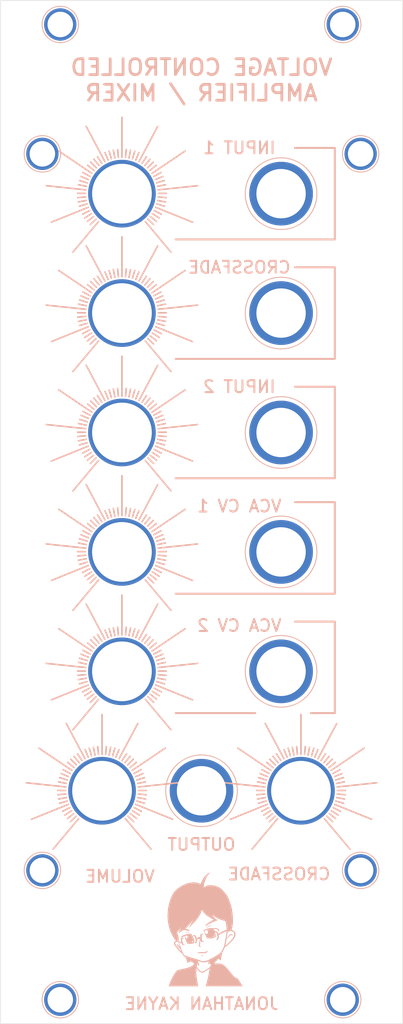
<source format=kicad_pcb>
(kicad_pcb (version 20171130) (host pcbnew "(5.1.0)-1")

  (general
    (thickness 1.6)
    (drawings 33)
    (tracks 0)
    (zones 0)
    (modules 22)
    (nets 22)
  )

  (page A4)
  (layers
    (0 F.Cu signal)
    (31 B.Cu signal)
    (32 B.Adhes user)
    (33 F.Adhes user)
    (34 B.Paste user)
    (35 F.Paste user)
    (36 B.SilkS user)
    (37 F.SilkS user)
    (38 B.Mask user)
    (39 F.Mask user)
    (40 Dwgs.User user)
    (41 Cmts.User user)
    (42 Eco1.User user)
    (43 Eco2.User user)
    (44 Edge.Cuts user)
    (45 Margin user)
    (46 B.CrtYd user)
    (47 F.CrtYd user)
    (48 B.Fab user hide)
    (49 F.Fab user hide)
  )

  (setup
    (last_trace_width 0.25)
    (trace_clearance 0.2)
    (zone_clearance 0.508)
    (zone_45_only no)
    (trace_min 0.2)
    (via_size 0.8)
    (via_drill 0.4)
    (via_min_size 0.4)
    (via_min_drill 0.3)
    (uvia_size 0.3)
    (uvia_drill 0.1)
    (uvias_allowed no)
    (uvia_min_size 0.2)
    (uvia_min_drill 0.1)
    (edge_width 0.05)
    (segment_width 0.2)
    (pcb_text_width 0.3)
    (pcb_text_size 1.5 1.5)
    (mod_edge_width 0.12)
    (mod_text_size 1 1)
    (mod_text_width 0.15)
    (pad_size 1.524 1.524)
    (pad_drill 0.762)
    (pad_to_mask_clearance 0.051)
    (solder_mask_min_width 0.25)
    (aux_axis_origin 0 0)
    (visible_elements 7FFFFFFF)
    (pcbplotparams
      (layerselection 0x010f0_ffffffff)
      (usegerberextensions true)
      (usegerberattributes false)
      (usegerberadvancedattributes false)
      (creategerberjobfile false)
      (excludeedgelayer true)
      (linewidth 0.100000)
      (plotframeref false)
      (viasonmask false)
      (mode 1)
      (useauxorigin false)
      (hpglpennumber 1)
      (hpglpenspeed 20)
      (hpglpendiameter 15.000000)
      (psnegative false)
      (psa4output false)
      (plotreference true)
      (plotvalue true)
      (plotinvisibletext false)
      (padsonsilk false)
      (subtractmaskfromsilk false)
      (outputformat 1)
      (mirror false)
      (drillshape 0)
      (scaleselection 1)
      (outputdirectory "Gerber/"))
  )

  (net 0 "")
  (net 1 "Net-(CN1-Pad1)")
  (net 2 "Net-(CN2-Pad1)")
  (net 3 "Net-(CN3-Pad1)")
  (net 4 "Net-(CN4-Pad1)")
  (net 5 "Net-(CN5-Pad1)")
  (net 6 "Net-(CN6-Pad1)")
  (net 7 "Net-(CN7-Pad1)")
  (net 8 "Net-(CN8-Pad1)")
  (net 9 "Net-(CN9-Pad1)")
  (net 10 "Net-(CN10-Pad1)")
  (net 11 "Net-(CN11-Pad1)")
  (net 12 "Net-(CN12-Pad1)")
  (net 13 "Net-(CN13-Pad1)")
  (net 14 "Net-(CN14-Pad1)")
  (net 15 "Net-(CN15-Pad1)")
  (net 16 "Net-(CN16-Pad1)")
  (net 17 "Net-(CN17-Pad1)")
  (net 18 "Net-(CN18-Pad1)")
  (net 19 "Net-(CN19-Pad1)")
  (net 20 "Net-(CN20-Pad1)")
  (net 21 "Net-(CN21-Pad1)")

  (net_class Default "This is the default net class."
    (clearance 0.2)
    (trace_width 0.25)
    (via_dia 0.8)
    (via_drill 0.4)
    (uvia_dia 0.3)
    (uvia_drill 0.1)
    (add_net "Net-(CN1-Pad1)")
    (add_net "Net-(CN10-Pad1)")
    (add_net "Net-(CN11-Pad1)")
    (add_net "Net-(CN12-Pad1)")
    (add_net "Net-(CN13-Pad1)")
    (add_net "Net-(CN14-Pad1)")
    (add_net "Net-(CN15-Pad1)")
    (add_net "Net-(CN16-Pad1)")
    (add_net "Net-(CN17-Pad1)")
    (add_net "Net-(CN18-Pad1)")
    (add_net "Net-(CN19-Pad1)")
    (add_net "Net-(CN2-Pad1)")
    (add_net "Net-(CN20-Pad1)")
    (add_net "Net-(CN21-Pad1)")
    (add_net "Net-(CN3-Pad1)")
    (add_net "Net-(CN4-Pad1)")
    (add_net "Net-(CN5-Pad1)")
    (add_net "Net-(CN6-Pad1)")
    (add_net "Net-(CN7-Pad1)")
    (add_net "Net-(CN8-Pad1)")
    (add_net "Net-(CN9-Pad1)")
  )

  (module Synth:ChibiHeadSmall (layer B.Cu) (tedit 5CEAED5F) (tstamp 5CED27F0)
    (at 55.25 146.5 180)
    (fp_text reference G*** (at 0 0 180) (layer B.Fab) hide
      (effects (font (size 1.524 1.524) (thickness 0.3)) (justify mirror))
    )
    (fp_text value LOGO (at 0.75 0 180) (layer B.Fab) hide
      (effects (font (size 1.524 1.524) (thickness 0.3)) (justify mirror))
    )
    (fp_poly (pts (xy -3.728691 -0.741083) (xy -3.656584 -0.774587) (xy -3.577389 -0.829179) (xy -3.49376 -0.902915)
      (xy -3.408355 -0.99385) (xy -3.323828 -1.100041) (xy -3.242834 -1.219542) (xy -3.20993 -1.274234)
      (xy -3.185409 -1.318179) (xy -3.170945 -1.347356) (xy -3.169157 -1.354576) (xy -3.182246 -1.343013)
      (xy -3.215017 -1.310955) (xy -3.263619 -1.262261) (xy -3.324198 -1.200787) (xy -3.386666 -1.136806)
      (xy -3.48656 -1.037568) (xy -3.575521 -0.956169) (xy -3.65134 -0.894292) (xy -3.711808 -0.853619)
      (xy -3.754718 -0.835834) (xy -3.775928 -0.840168) (xy -3.789578 -0.865627) (xy -3.803881 -0.908202)
      (xy -3.805517 -0.9144) (xy -3.821613 -0.95899) (xy -3.839073 -0.970089) (xy -3.858522 -0.947614)
      (xy -3.876045 -0.905083) (xy -3.88988 -0.856088) (xy -3.888933 -0.820411) (xy -3.875928 -0.78655)
      (xy -3.841019 -0.74512) (xy -3.791055 -0.730613) (xy -3.728691 -0.741083)) (layer B.SilkS) (width 0.01))
    (fp_poly (pts (xy -1.187677 0.312315) (xy -1.129191 0.300754) (xy -1.053282 0.279669) (xy -0.966784 0.251007)
      (xy -0.876535 0.216715) (xy -0.856091 0.208288) (xy -0.80578 0.184487) (xy -0.746278 0.152328)
      (xy -0.684825 0.11628) (xy -0.628665 0.080814) (xy -0.585037 0.050399) (xy -0.561183 0.029507)
      (xy -0.5588 0.024769) (xy -0.565075 0.018294) (xy -0.586945 0.024516) (xy -0.62898 0.045302)
      (xy -0.68475 0.076255) (xy -0.753555 0.112081) (xy -0.836603 0.150383) (xy -0.926331 0.188219)
      (xy -1.015174 0.222643) (xy -1.095567 0.250713) (xy -1.159944 0.269484) (xy -1.198033 0.275997)
      (xy -1.239322 0.281805) (xy -1.252015 0.293643) (xy -1.233846 0.308056) (xy -1.221902 0.312409)
      (xy -1.187677 0.312315)) (layer B.SilkS) (width 0.01))
    (fp_poly (pts (xy 1.751989 -0.557654) (xy 1.846607 -0.56056) (xy 1.931669 -0.565303) (xy 1.999948 -0.571867)
      (xy 2.0066 -0.572766) (xy 2.03108 -0.57747) (xy 2.029296 -0.58119) (xy 1.999732 -0.584008)
      (xy 1.940874 -0.586006) (xy 1.851206 -0.587266) (xy 1.729214 -0.58787) (xy 1.7272 -0.587874)
      (xy 1.598325 -0.587691) (xy 1.501383 -0.586461) (xy 1.434452 -0.584091) (xy 1.395611 -0.580487)
      (xy 1.38294 -0.575554) (xy 1.388534 -0.571293) (xy 1.422514 -0.564752) (xy 1.483077 -0.560135)
      (xy 1.562996 -0.557424) (xy 1.655042 -0.556603) (xy 1.751989 -0.557654)) (layer B.SilkS) (width 0.01))
    (fp_poly (pts (xy -0.133609 -0.688456) (xy -0.088291 -0.698585) (xy -0.027311 -0.715896) (xy 0.001535 -0.72501)
      (xy 0.143934 -0.77135) (xy 0.140327 -0.969875) (xy 0.140107 -1.047324) (xy 0.142187 -1.110637)
      (xy 0.146191 -1.153198) (xy 0.151616 -1.1684) (xy 0.169925 -1.15503) (xy 0.173581 -1.147234)
      (xy 0.195951 -1.130226) (xy 0.243051 -1.126174) (xy 0.308685 -1.134232) (xy 0.386658 -1.153552)
      (xy 0.470772 -1.183289) (xy 0.486898 -1.19003) (xy 0.626662 -1.249984) (xy 0.637425 -1.204959)
      (xy 0.661457 -1.131115) (xy 0.697265 -1.052241) (xy 0.738924 -0.979396) (xy 0.78051 -0.923638)
      (xy 0.796516 -0.907986) (xy 0.837901 -0.877738) (xy 0.875218 -0.866749) (xy 0.926425 -0.869934)
      (xy 0.92947 -0.870346) (xy 1.001466 -0.886682) (xy 1.051296 -0.910536) (xy 1.076937 -0.938068)
      (xy 1.076365 -0.965433) (xy 1.047558 -0.98879) (xy 0.999143 -1.002658) (xy 0.934564 -1.025733)
      (xy 0.879477 -1.072807) (xy 0.832125 -1.146461) (xy 0.790748 -1.249273) (xy 0.76154 -1.35117)
      (xy 0.736416 -1.474805) (xy 0.730006 -1.575999) (xy 0.742339 -1.660554) (xy 0.763297 -1.715318)
      (xy 0.794861 -1.780964) (xy 0.812296 -1.824192) (xy 0.817373 -1.852486) (xy 0.811859 -1.873332)
      (xy 0.803665 -1.886118) (xy 0.783549 -1.905484) (xy 0.75645 -1.907058) (xy 0.723593 -1.897829)
      (xy 0.657248 -1.861871) (xy 0.598799 -1.805803) (xy 0.562066 -1.744134) (xy 0.555478 -1.695601)
      (xy 0.5604 -1.618129) (xy 0.567194 -1.569168) (xy 0.57706 -1.496667) (xy 0.578839 -1.452602)
      (xy 0.572595 -1.432538) (xy 0.569239 -1.430558) (xy 0.52606 -1.418436) (xy 0.465442 -1.403284)
      (xy 0.396851 -1.387236) (xy 0.329757 -1.372426) (xy 0.273628 -1.360987) (xy 0.237931 -1.355054)
      (xy 0.232497 -1.354667) (xy 0.210476 -1.360943) (xy 0.207476 -1.385933) (xy 0.210188 -1.401234)
      (xy 0.216366 -1.439045) (xy 0.224484 -1.499673) (xy 0.233119 -1.572237) (xy 0.236189 -1.6002)
      (xy 0.245846 -1.675877) (xy 0.26047 -1.772849) (xy 0.278164 -1.879248) (xy 0.297032 -1.983203)
      (xy 0.299235 -1.994693) (xy 0.318144 -2.095369) (xy 0.329631 -2.168748) (xy 0.333167 -2.220688)
      (xy 0.328222 -2.25705) (xy 0.314268 -2.283695) (xy 0.290774 -2.306482) (xy 0.269624 -2.322371)
      (xy 0.225886 -2.346201) (xy 0.177728 -2.361405) (xy 0.134872 -2.366434) (xy 0.107043 -2.35974)
      (xy 0.1016 -2.349122) (xy 0.113402 -2.324039) (xy 0.143587 -2.287601) (xy 0.167409 -2.264353)
      (xy 0.233219 -2.204898) (xy 0.199158 -2.029549) (xy 0.17994 -1.906748) (xy 0.168208 -1.771044)
      (xy 0.163146 -1.61267) (xy 0.162982 -1.596023) (xy 0.161589 -1.506852) (xy 0.159141 -1.431008)
      (xy 0.155927 -1.374297) (xy 0.152235 -1.342529) (xy 0.150156 -1.337789) (xy 0.143666 -1.353296)
      (xy 0.136053 -1.394469) (xy 0.128737 -1.453204) (xy 0.127187 -1.468967) (xy 0.11254 -1.574009)
      (xy 0.088744 -1.649767) (xy 0.052092 -1.700386) (xy -0.001124 -1.730007) (xy -0.074612 -1.742774)
      (xy -0.119064 -1.744134) (xy -0.202131 -1.738841) (xy -0.257655 -1.723566) (xy -0.283811 -1.699214)
      (xy -0.278773 -1.666688) (xy -0.278005 -1.665407) (xy -0.248735 -1.639764) (xy -0.210272 -1.62384)
      (xy -0.156449 -1.611307) (xy -0.115992 -1.60206) (xy -0.088728 -1.590974) (xy -0.067567 -1.5689)
      (xy -0.051637 -1.5319) (xy -0.040062 -1.476036) (xy -0.031969 -1.397372) (xy -0.026484 -1.291969)
      (xy -0.023364 -1.184819) (xy -0.016539 -0.887972) (xy -0.092936 -0.812994) (xy -0.142942 -0.75928)
      (xy -0.16634 -0.721351) (xy -0.164653 -0.696135) (xy -0.155098 -0.687468) (xy -0.133609 -0.688456)) (layer B.SilkS) (width 0.01))
    (fp_poly (pts (xy -0.71517 -2.873241) (xy -0.669542 -2.904207) (xy -0.655732 -2.913997) (xy -0.599644 -2.9511)
      (xy -0.545132 -2.979558) (xy -0.486538 -3.000483) (xy -0.418207 -3.014986) (xy -0.334481 -3.024178)
      (xy -0.229704 -3.029173) (xy -0.098219 -3.03108) (xy -0.059267 -3.031206) (xy 0.116639 -3.033286)
      (xy 0.259255 -3.038921) (xy 0.368977 -3.048182) (xy 0.446203 -3.061136) (xy 0.491327 -3.077853)
      (xy 0.504748 -3.098401) (xy 0.486861 -3.122849) (xy 0.483597 -3.12534) (xy 0.467461 -3.132911)
      (xy 0.439562 -3.138783) (xy 0.396188 -3.143138) (xy 0.333627 -3.146159) (xy 0.248168 -3.148027)
      (xy 0.1361 -3.148926) (xy 0.000997 -3.149047) (xy -0.138667 -3.148613) (xy -0.249051 -3.147517)
      (xy -0.334743 -3.145492) (xy -0.400327 -3.142273) (xy -0.450389 -3.137592) (xy -0.489515 -3.131184)
      (xy -0.522289 -3.122782) (xy -0.537673 -3.117769) (xy -0.594602 -3.094642) (xy -0.642617 -3.069206)
      (xy -0.660986 -3.055936) (xy -0.702771 -3.009124) (xy -0.736754 -2.955128) (xy -0.756703 -2.905218)
      (xy -0.75898 -2.878754) (xy -0.753789 -2.862597) (xy -0.741218 -2.860065) (xy -0.71517 -2.873241)) (layer B.SilkS) (width 0.01))
    (fp_poly (pts (xy -0.162065 -3.406704) (xy -0.113563 -3.41455) (xy -0.055826 -3.424943) (xy -0.000812 -3.435688)
      (xy 0.039522 -3.444589) (xy 0.050326 -3.447619) (xy 0.066757 -3.457026) (xy 0.052893 -3.470346)
      (xy 0.050326 -3.471985) (xy 0.007615 -3.484696) (xy -0.051906 -3.486209) (xy -0.113353 -3.477265)
      (xy -0.156633 -3.461648) (xy -0.189251 -3.438175) (xy -0.203794 -3.416498) (xy -0.195939 -3.404282)
      (xy -0.189376 -3.4036) (xy -0.162065 -3.406704)) (layer B.SilkS) (width 0.01))
    (fp_poly (pts (xy -1.005177 6.948579) (xy -0.994833 6.942481) (xy -0.953263 6.920428) (xy -0.921565 6.909216)
      (xy -0.917868 6.908863) (xy -0.887125 6.898187) (xy -0.837445 6.869297) (xy -0.774976 6.826733)
      (xy -0.705865 6.775036) (xy -0.63626 6.718747) (xy -0.572306 6.662406) (xy -0.534492 6.625674)
      (xy -0.473932 6.559527) (xy -0.405481 6.478453) (xy -0.340108 6.395653) (xy -0.312531 6.358467)
      (xy -0.254764 6.271183) (xy -0.189784 6.161174) (xy -0.122241 6.037433) (xy -0.056786 5.908955)
      (xy 0.00193 5.784735) (xy 0.049255 5.673766) (xy 0.06932 5.619983) (xy 0.108079 5.508032)
      (xy 0.19374 5.558731) (xy 0.3452 5.635998) (xy 0.504008 5.691579) (xy 0.674474 5.726102)
      (xy 0.860908 5.740193) (xy 1.067621 5.73448) (xy 1.263731 5.714357) (xy 1.465316 5.684176)
      (xy 1.643267 5.648477) (xy 1.807722 5.604271) (xy 1.968819 5.54857) (xy 2.136695 5.478386)
      (xy 2.2606 5.420524) (xy 2.559565 5.263473) (xy 2.826206 5.096675) (xy 3.06049 4.920157)
      (xy 3.262384 4.733942) (xy 3.431855 4.538057) (xy 3.486412 4.463023) (xy 3.603208 4.275684)
      (xy 3.715606 4.059591) (xy 3.821861 3.819752) (xy 3.92023 3.561176) (xy 4.008967 3.288871)
      (xy 4.08633 3.007845) (xy 4.150574 2.723106) (xy 4.199955 2.439664) (xy 4.206181 2.396066)
      (xy 4.230295 2.187234) (xy 4.247731 1.96229) (xy 4.25834 1.72963) (xy 4.261972 1.497649)
      (xy 4.258475 1.274741) (xy 4.247701 1.069302) (xy 4.232673 0.9144) (xy 4.209203 0.755698)
      (xy 4.175919 0.574862) (xy 4.135003 0.381428) (xy 4.088637 0.184933) (xy 4.039005 -0.005088)
      (xy 3.988289 -0.179099) (xy 3.967407 -0.24446) (xy 3.935499 -0.330428) (xy 3.889608 -0.439152)
      (xy 3.832877 -0.564171) (xy 3.768447 -0.699024) (xy 3.69946 -0.83725) (xy 3.629058 -0.972386)
      (xy 3.560384 -1.097973) (xy 3.509646 -1.185803) (xy 3.443962 -1.291465) (xy 3.379926 -1.385858)
      (xy 3.320863 -1.464616) (xy 3.270101 -1.523373) (xy 3.230967 -1.557762) (xy 3.222764 -1.562331)
      (xy 3.192482 -1.583004) (xy 3.194953 -1.60311) (xy 3.230601 -1.623361) (xy 3.266149 -1.635309)
      (xy 3.352571 -1.673466) (xy 3.41152 -1.72986) (xy 3.444285 -1.806472) (xy 3.452152 -1.905284)
      (xy 3.451382 -1.920348) (xy 3.43452 -2.024881) (xy 3.395975 -2.128077) (xy 3.333238 -2.234644)
      (xy 3.243802 -2.349294) (xy 3.192468 -2.406624) (xy 3.12429 -2.483001) (xy 3.05392 -2.56657)
      (xy 2.990617 -2.646098) (xy 2.951496 -2.698962) (xy 2.899539 -2.7677) (xy 2.832842 -2.848485)
      (xy 2.761078 -2.929891) (xy 2.71032 -2.983892) (xy 2.647791 -3.047306) (xy 2.602931 -3.089822)
      (xy 2.570311 -3.115304) (xy 2.544497 -3.127618) (xy 2.520059 -3.130628) (xy 2.505359 -3.12973)
      (xy 2.476561 -3.128395) (xy 2.455536 -3.134936) (xy 2.436538 -3.155202) (xy 2.413826 -3.195042)
      (xy 2.386077 -3.2512) (xy 2.353591 -3.312521) (xy 2.313398 -3.380345) (xy 2.269903 -3.448178)
      (xy 2.227513 -3.509529) (xy 2.190635 -3.557902) (xy 2.163674 -3.586804) (xy 2.154802 -3.592028)
      (xy 2.12917 -3.595386) (xy 2.104272 -3.598168) (xy 2.052875 -3.615666) (xy 2.015892 -3.658597)
      (xy 1.996744 -3.704143) (xy 1.973942 -3.761914) (xy 1.946952 -3.816421) (xy 1.946568 -3.817088)
      (xy 1.929891 -3.853526) (xy 1.906824 -3.914032) (xy 1.880427 -3.990153) (xy 1.854061 -4.072467)
      (xy 1.822738 -4.173796) (xy 1.7992 -4.247385) (xy 1.78154 -4.297944) (xy 1.767855 -4.330185)
      (xy 1.756239 -4.348819) (xy 1.744788 -4.358555) (xy 1.736893 -4.362206) (xy 1.711623 -4.358456)
      (xy 1.666555 -4.340093) (xy 1.610383 -4.310803) (xy 1.596373 -4.30265) (xy 1.527865 -4.264694)
      (xy 1.457857 -4.230313) (xy 1.401019 -4.206692) (xy 1.398969 -4.205985) (xy 1.317617 -4.178265)
      (xy 1.213375 -4.250978) (xy 1.144327 -4.298786) (xy 1.069771 -4.349865) (xy 1.015376 -4.386728)
      (xy 0.949236 -4.432693) (xy 0.909822 -4.465164) (xy 0.894759 -4.487966) (xy 0.901669 -4.504926)
      (xy 0.928178 -4.519869) (xy 0.931738 -4.521368) (xy 0.972723 -4.546573) (xy 1.020516 -4.587393)
      (xy 1.046312 -4.61427) (xy 1.133317 -4.698781) (xy 1.241668 -4.781759) (xy 1.359615 -4.854502)
      (xy 1.397114 -4.874023) (xy 1.450671 -4.895916) (xy 1.532398 -4.923259) (xy 1.637273 -4.954777)
      (xy 1.760276 -4.989193) (xy 1.896385 -5.02523) (xy 2.040579 -5.061611) (xy 2.187836 -5.097058)
      (xy 2.333134 -5.130296) (xy 2.471453 -5.160047) (xy 2.597772 -5.185034) (xy 2.672671 -5.198387)
      (xy 2.792539 -5.219536) (xy 2.884101 -5.238162) (xy 2.952695 -5.255617) (xy 3.003659 -5.273252)
      (xy 3.040971 -5.291614) (xy 3.083719 -5.320654) (xy 3.110778 -5.3467) (xy 3.115734 -5.357479)
      (xy 3.126249 -5.380383) (xy 3.153923 -5.419932) (xy 3.192946 -5.467886) (xy 3.196167 -5.47159)
      (xy 3.263003 -5.549641) (xy 3.31813 -5.618498) (xy 3.368052 -5.687253) (xy 3.419271 -5.764993)
      (xy 3.47829 -5.86081) (xy 3.497489 -5.892766) (xy 3.564922 -6.011654) (xy 3.639524 -6.153903)
      (xy 3.718372 -6.313037) (xy 3.798543 -6.48258) (xy 3.877114 -6.656057) (xy 3.951161 -6.826991)
      (xy 4.017762 -6.988907) (xy 4.073994 -7.135329) (xy 4.116934 -7.259781) (xy 4.122338 -7.2771)
      (xy 4.134016 -7.3152) (xy 0.405755 -7.3152) (xy 0.414464 -7.2771) (xy 0.436385 -7.175621)
      (xy 0.461554 -7.049863) (xy 0.488737 -6.906865) (xy 0.516697 -6.753669) (xy 0.544201 -6.597313)
      (xy 0.570014 -6.444839) (xy 0.592901 -6.303287) (xy 0.611627 -6.179695) (xy 0.624958 -6.081105)
      (xy 0.626512 -6.068088) (xy 0.63854 -5.960823) (xy 0.647077 -5.871268) (xy 0.652358 -5.790898)
      (xy 0.654618 -5.711186) (xy 0.654091 -5.623609) (xy 0.651012 -5.519639) (xy 0.645617 -5.390753)
      (xy 0.645342 -5.384626) (xy 0.64017 -5.275449) (xy 0.635083 -5.178177) (xy 0.630377 -5.097716)
      (xy 0.626349 -5.038976) (xy 0.623293 -5.006864) (xy 0.62228 -5.002369) (xy 0.610795 -5.012372)
      (xy 0.585986 -5.044395) (xy 0.552814 -5.091954) (xy 0.546359 -5.101631) (xy 0.50492 -5.158744)
      (xy 0.448194 -5.2297) (xy 0.384629 -5.304187) (xy 0.339457 -5.354125) (xy 0.229685 -5.460811)
      (xy 0.126637 -5.536268) (xy 0.026847 -5.581563) (xy -0.073151 -5.597764) (xy -0.176823 -5.585939)
      (xy -0.287443 -5.547241) (xy -0.334609 -5.522913) (xy -0.401319 -5.484269) (xy -0.482049 -5.43493)
      (xy -0.571274 -5.378519) (xy -0.663471 -5.318657) (xy -0.753116 -5.258966) (xy -0.834684 -5.203069)
      (xy -0.902653 -5.154587) (xy -0.951497 -5.117143) (xy -0.972866 -5.097818) (xy -1.003012 -5.070728)
      (xy -1.022716 -5.064132) (xy -1.025759 -5.079672) (xy -1.024316 -5.084234) (xy -1.019362 -5.107298)
      (xy -1.010381 -5.157904) (xy -0.998369 -5.230102) (xy -0.984321 -5.317941) (xy -0.972624 -5.393267)
      (xy -0.921808 -5.699388) (xy -0.863613 -6.005191) (xy -0.799626 -6.303566) (xy -0.731435 -6.587408)
      (xy -0.66063 -6.849609) (xy -0.608912 -7.021034) (xy -0.583734 -7.103986) (xy -0.5635 -7.177725)
      (xy -0.550035 -7.235056) (xy -0.54516 -7.268784) (xy -0.545342 -7.271839) (xy -0.550333 -7.306733)
      (xy -2.865966 -7.311027) (xy -3.143085 -7.311474) (xy -3.410739 -7.311775) (xy -3.66699 -7.311935)
      (xy -3.909899 -7.311957) (xy -4.137527 -7.311847) (xy -4.347937 -7.311607) (xy -4.539189 -7.311242)
      (xy -4.709345 -7.310756) (xy -4.856465 -7.310154) (xy -4.978612 -7.30944) (xy -5.073847 -7.308618)
      (xy -5.140231 -7.307692) (xy -5.175826 -7.306666) (xy -5.1816 -7.306019) (xy -5.172643 -7.289499)
      (xy -5.147902 -7.249897) (xy -5.110576 -7.19218) (xy -5.063859 -7.121315) (xy -5.031697 -7.073126)
      (xy -4.973029 -6.98447) (xy -4.914515 -6.894041) (xy -4.861813 -6.810713) (xy -4.82058 -6.743362)
      (xy -4.809904 -6.725204) (xy -4.763208 -6.647304) (xy -4.709723 -6.562301) (xy -4.660983 -6.488521)
      (xy -4.660719 -6.488137) (xy -4.58899 -6.388431) (xy -4.527007 -6.315358) (xy -4.46954 -6.265176)
      (xy -4.411358 -6.234144) (xy -4.34723 -6.218518) (xy -4.278276 -6.214533) (xy -4.218085 -6.211258)
      (xy -4.181765 -6.199661) (xy -4.163432 -6.182515) (xy -4.13869 -6.150821) (xy -4.096376 -6.099119)
      (xy -4.041164 -6.032936) (xy -3.977725 -5.957802) (xy -3.910731 -5.879244) (xy -3.844855 -5.802792)
      (xy -3.784769 -5.733974) (xy -3.775498 -5.723467) (xy -3.725012 -5.664465) (xy -3.660927 -5.586757)
      (xy -3.590008 -5.498696) (xy -3.519021 -5.408634) (xy -3.487464 -5.367867) (xy -3.414519 -5.277079)
      (xy -3.325516 -5.172623) (xy -3.228971 -5.064134) (xy -3.1334 -4.961245) (xy -3.07402 -4.900107)
      (xy -2.985293 -4.811862) (xy -2.914081 -4.743951) (xy -2.85491 -4.691836) (xy -2.802309 -4.65098)
      (xy -2.750804 -4.616847) (xy -2.694922 -4.584899) (xy -2.6917 -4.583162) (xy -2.584752 -4.530115)
      (xy -2.558475 -4.520076) (xy -1.202267 -4.520076) (xy -1.195718 -4.541113) (xy -1.178485 -4.583896)
      (xy -1.154188 -4.639475) (xy -1.152225 -4.643813) (xy -1.12301 -4.713542) (xy -1.097088 -4.784497)
      (xy -1.082083 -4.834005) (xy -1.063144 -4.888644) (xy -1.032826 -4.930268) (xy -0.983957 -4.970703)
      (xy -0.929248 -5.008661) (xy -0.854782 -5.057625) (xy -0.766177 -5.114165) (xy -0.669051 -5.174849)
      (xy -0.569021 -5.236246) (xy -0.471706 -5.294926) (xy -0.382723 -5.347457) (xy -0.307691 -5.390408)
      (xy -0.252226 -5.420349) (xy -0.231352 -5.430351) (xy -0.133489 -5.459943) (xy -0.035 -5.467315)
      (xy 0.053222 -5.452048) (xy 0.077713 -5.442214) (xy 0.121773 -5.412848) (xy 0.180466 -5.36173)
      (xy 0.248536 -5.294515) (xy 0.320723 -5.21686) (xy 0.391771 -5.134421) (xy 0.45642 -5.052855)
      (xy 0.509413 -4.977817) (xy 0.509438 -4.977779) (xy 0.551975 -4.910347) (xy 0.578262 -4.861724)
      (xy 0.591758 -4.823179) (xy 0.595922 -4.78598) (xy 0.595386 -4.760792) (xy 0.589334 -4.681509)
      (xy 0.578459 -4.627948) (xy 0.559641 -4.592012) (xy 0.529762 -4.565598) (xy 0.51718 -4.557731)
      (xy 0.460874 -4.52451) (xy 0.415122 -4.632161) (xy 0.378767 -4.708465) (xy 0.34713 -4.756093)
      (xy 0.321471 -4.773414) (xy 0.309537 -4.768648) (xy 0.30454 -4.744077) (xy 0.307528 -4.693693)
      (xy 0.317246 -4.624264) (xy 0.332437 -4.542557) (xy 0.351847 -4.455342) (xy 0.374221 -4.369386)
      (xy 0.397761 -4.293041) (xy 0.42081 -4.223085) (xy 0.438179 -4.165974) (xy 0.447853 -4.128625)
      (xy 0.448815 -4.117704) (xy 0.431529 -4.120856) (xy 0.387537 -4.13358) (xy 0.322087 -4.154227)
      (xy 0.240426 -4.181148) (xy 0.160377 -4.208355) (xy -0.121618 -4.305451) (xy -0.335976 -4.296549)
      (xy -0.482079 -4.285746) (xy -0.605522 -4.265079) (xy -0.716683 -4.232113) (xy -0.825942 -4.184416)
      (xy -0.836056 -4.179308) (xy -0.901875 -4.145729) (xy -0.890386 -4.191507) (xy -0.873034 -4.269316)
      (xy -0.865724 -4.332593) (xy -0.867149 -4.398715) (xy -0.871391 -4.444531) (xy -0.881215 -4.510668)
      (xy -0.89373 -4.546293) (xy -0.906958 -4.555067) (xy -0.928316 -4.540617) (xy -0.941443 -4.512216)
      (xy -0.95849 -4.480026) (xy -0.979865 -4.476962) (xy -1.01138 -4.483001) (xy -1.0633 -4.490521)
      (xy -1.1049 -4.495632) (xy -1.157145 -4.503675) (xy -1.192485 -4.51314) (xy -1.202267 -4.520076)
      (xy -2.558475 -4.520076) (xy -2.485792 -4.492308) (xy -2.384962 -4.467438) (xy -2.272402 -4.453204)
      (xy -2.138253 -4.447302) (xy -2.1082 -4.446922) (xy -2.012933 -4.446851) (xy -1.918434 -4.448095)
      (xy -1.835915 -4.450432) (xy -1.77875 -4.453467) (xy -1.669433 -4.461934) (xy -1.653443 -4.406587)
      (xy -1.646924 -4.378169) (xy -1.649591 -4.355042) (xy -1.665747 -4.329887) (xy -1.699696 -4.295383)
      (xy -1.741103 -4.257443) (xy -1.799051 -4.200818) (xy -1.866012 -4.12903) (xy -1.93089 -4.054168)
      (xy -1.955816 -4.0235) (xy -2.007573 -3.960631) (xy -2.05734 -3.904407) (xy -2.098105 -3.862549)
      (xy -2.116118 -3.84695) (xy -2.149126 -3.824283) (xy -2.165245 -3.821695) (xy -2.174129 -3.838229)
      (xy -2.175058 -3.841108) (xy -2.195932 -3.876998) (xy -2.234136 -3.918983) (xy -2.282626 -3.961749)
      (xy -2.334359 -3.99998) (xy -2.382289 -4.02836) (xy -2.419373 -4.041575) (xy -2.436096 -4.038082)
      (xy -2.4406 -4.018643) (xy -2.446163 -3.972557) (xy -2.452036 -3.906998) (xy -2.456846 -3.839232)
      (xy -2.470925 -3.704413) (xy -2.497129 -3.544912) (xy -2.534188 -3.367157) (xy -2.580836 -3.177574)
      (xy -2.604557 -3.090334) (xy -2.631227 -3.014455) (xy -2.66928 -2.929357) (xy -2.710492 -2.853432)
      (xy -2.710594 -2.853267) (xy -2.75111 -2.782771) (xy -2.797029 -2.695838) (xy -2.840648 -2.607261)
      (xy -2.856095 -2.573867) (xy -2.893188 -2.495382) (xy -2.923989 -2.44086) (xy -2.953888 -2.402476)
      (xy -2.988272 -2.372404) (xy -3.001072 -2.363279) (xy -3.126369 -2.27086) (xy -3.262918 -2.159156)
      (xy -3.405625 -2.0332) (xy -3.549395 -1.898024) (xy -3.689133 -1.75866) (xy -3.819743 -1.620139)
      (xy -3.936131 -1.487495) (xy -4.033202 -1.365758) (xy -4.084857 -1.29286) (xy -4.156865 -1.176578)
      (xy -4.207507 -1.074302) (xy -4.240196 -0.976952) (xy -4.258347 -0.875449) (xy -4.263129 -0.818762)
      (xy -4.263607 -0.806635) (xy -4.119483 -0.806635) (xy -4.117263 -0.872869) (xy -4.109403 -0.926281)
      (xy -4.092615 -0.979646) (xy -4.063612 -1.045737) (xy -4.051342 -1.071396) (xy -4.009863 -1.150391)
      (xy -3.961426 -1.232524) (xy -3.915363 -1.302123) (xy -3.907878 -1.312334) (xy -3.814161 -1.429257)
      (xy -3.699884 -1.558724) (xy -3.572005 -1.693535) (xy -3.437483 -1.826494) (xy -3.303276 -1.950401)
      (xy -3.22834 -2.015269) (xy -3.152559 -2.078968) (xy -3.086327 -2.134468) (xy -3.033738 -2.178352)
      (xy -2.998885 -2.207206) (xy -2.985865 -2.217614) (xy -2.987815 -2.203768) (xy -2.996367 -2.169014)
      (xy -2.99792 -2.163234) (xy -3.011328 -2.106421) (xy -3.028724 -2.02156) (xy -3.049194 -1.914109)
      (xy -3.071824 -1.789529) (xy -3.0957 -1.653281) (xy -3.119909 -1.510825) (xy -3.143537 -1.367621)
      (xy -3.165669 -1.22913) (xy -3.185391 -1.100813) (xy -3.201791 -0.988128) (xy -3.213953 -0.896538)
      (xy -3.220964 -0.831503) (xy -3.221109 -0.829733) (xy -3.23116 -0.721214) (xy -3.243917 -0.639959)
      (xy -3.263206 -0.579384) (xy -3.292855 -0.532906) (xy -3.336691 -0.49394) (xy -3.398539 -0.455904)
      (xy -3.456013 -0.42558) (xy -3.535292 -0.387698) (xy -3.596861 -0.36575) (xy -3.650922 -0.356491)
      (xy -3.676035 -0.3556) (xy -3.778869 -0.37136) (xy -3.881038 -0.41543) (xy -3.974818 -0.482998)
      (xy -4.052485 -0.569252) (xy -4.075229 -0.604319) (xy -4.099982 -0.652338) (xy -4.113594 -0.6985)
      (xy -4.118992 -0.756199) (xy -4.119483 -0.806635) (xy -4.263607 -0.806635) (xy -4.266055 -0.744581)
      (xy -4.263048 -0.691022) (xy -4.252145 -0.645074) (xy -4.231383 -0.593726) (xy -4.228084 -0.58647)
      (xy -4.191731 -0.52141) (xy -4.142818 -0.451628) (xy -4.105488 -0.407248) (xy -4.051809 -0.358276)
      (xy -3.985523 -0.309851) (xy -3.915513 -0.26726) (xy -3.850658 -0.235789) (xy -3.79984 -0.220722)
      (xy -3.791113 -0.220133) (xy -3.773341 -0.217551) (xy -3.769188 -0.204135) (xy -3.778052 -0.171386)
      (xy -3.786013 -0.148394) (xy -3.789342 -0.13745) (xy -3.154941 -0.13745) (xy -3.153147 -0.178279)
      (xy -3.142527 -0.19986) (xy -3.113307 -0.217852) (xy -3.058885 -0.235909) (xy -3.039546 -0.24113)
      (xy -2.964599 -0.264843) (xy -2.869444 -0.300873) (xy -2.763486 -0.345108) (xy -2.656132 -0.393434)
      (xy -2.556786 -0.44174) (xy -2.474857 -0.485914) (xy -2.461358 -0.49391) (xy -2.405287 -0.529944)
      (xy -2.334364 -0.57854) (xy -2.260475 -0.631469) (xy -2.229641 -0.654345) (xy -2.091266 -0.758356)
      (xy -2.064568 -0.688211) (xy -2.041572 -0.627294) (xy -2.015966 -0.558772) (xy -2.007866 -0.53693)
      (xy -1.982739 -0.484243) (xy -1.953061 -0.44271) (xy -1.939339 -0.430553) (xy -1.895451 -0.411552)
      (xy -1.8375 -0.398435) (xy -1.777657 -0.392559) (xy -1.728092 -0.395281) (xy -1.704272 -0.404349)
      (xy -1.686963 -0.411678) (xy -1.675679 -0.393613) (xy -1.66972 -0.368572) (xy -1.655036 -0.327881)
      (xy -1.626309 -0.270937) (xy -1.589294 -0.208961) (xy -1.582747 -0.198967) (xy -1.506797 -0.084667)
      (xy -1.575642 -0.084667) (xy -1.621665 -0.088181) (xy -1.688363 -0.097554) (xy -1.766755 -0.111029)
      (xy -1.847859 -0.12685) (xy -1.922692 -0.143263) (xy -1.982274 -0.15851) (xy -2.017621 -0.170837)
      (xy -2.018315 -0.171198) (xy -2.036446 -0.193748) (xy -2.059924 -0.241046) (xy -2.085041 -0.305203)
      (xy -2.094515 -0.333203) (xy -2.12355 -0.414794) (xy -2.147736 -0.46703) (xy -2.166036 -0.489284)
      (xy -2.177417 -0.480926) (xy -2.180845 -0.441327) (xy -2.176796 -0.383225) (xy -2.172967 -0.285727)
      (xy -2.184267 -0.212117) (xy -2.184948 -0.210005) (xy -2.194471 -0.17357) (xy -2.192292 -0.145969)
      (xy -2.173986 -0.123407) (xy -2.135128 -0.102091) (xy -2.071295 -0.078228) (xy -2.0066 -0.057089)
      (xy -1.8542 -0.008467) (xy -1.405467 -0.010069) (xy -1.251653 -0.011092) (xy -1.126075 -0.013448)
      (xy -1.023109 -0.017888) (xy -0.937127 -0.025162) (xy -0.862506 -0.036019) (xy -0.79362 -0.051211)
      (xy -0.724843 -0.071487) (xy -0.650551 -0.097598) (xy -0.597115 -0.11787) (xy -0.507056 -0.156159)
      (xy -0.425081 -0.197542) (xy -0.355079 -0.239229) (xy -0.300938 -0.278433) (xy -0.266546 -0.312362)
      (xy -0.255791 -0.338228) (xy -0.27007 -0.35249) (xy -0.280669 -0.36843) (xy -0.278506 -0.37398)
      (xy -0.280127 -0.387055) (xy -0.30006 -0.388141) (xy -0.325177 -0.377843) (xy -0.332957 -0.37147)
      (xy -0.34553 -0.371433) (xy -0.355945 -0.40098) (xy -0.36272 -0.442169) (xy -0.374836 -0.499974)
      (xy -0.397858 -0.581229) (xy -0.429133 -0.678351) (xy -0.466005 -0.783757) (xy -0.50582 -0.889863)
      (xy -0.545924 -0.989088) (xy -0.583662 -1.073847) (xy -0.584339 -1.075267) (xy -0.61955 -1.140988)
      (xy -0.658431 -1.201227) (xy -0.692807 -1.24337) (xy -0.694077 -1.2446) (xy -0.747274 -1.2954)
      (xy -1.312333 -1.2954) (xy -1.532467 -1.2192) (xy -1.624545 -1.186401) (xy -1.688649 -1.161007)
      (xy -1.729278 -1.140821) (xy -1.750933 -1.123646) (xy -1.757893 -1.109134) (xy -1.766494 -1.030638)
      (xy -1.66035 -1.030638) (xy -1.647325 -1.068489) (xy -1.614132 -1.094732) (xy -1.581953 -1.100667)
      (xy -1.542817 -1.090064) (xy -1.524773 -1.076199) (xy -1.506297 -1.033587) (xy -1.51448 -0.993355)
      (xy -1.542657 -0.963902) (xy -1.58416 -0.953626) (xy -1.615818 -0.96152) (xy -1.650688 -0.991531)
      (xy -1.66035 -1.030638) (xy -1.766494 -1.030638) (xy -1.771781 -0.982396) (xy -1.770745 -0.862862)
      (xy -1.754287 -0.734876) (xy -1.744388 -0.683211) (xy -1.728373 -0.60693) (xy -1.713854 -0.541214)
      (xy -1.703559 -0.497937) (xy -0.807557 -0.497937) (xy -0.80572 -0.573231) (xy -0.79345 -0.643542)
      (xy -0.772254 -0.697292) (xy -0.760607 -0.712593) (xy -0.714361 -0.737974) (xy -0.651848 -0.746853)
      (xy -0.586202 -0.739535) (xy -0.530558 -0.716325) (xy -0.5185 -0.706967) (xy -0.495286 -0.67412)
      (xy -0.467932 -0.618148) (xy -0.440058 -0.548891) (xy -0.415285 -0.476191) (xy -0.397235 -0.409888)
      (xy -0.389529 -0.359822) (xy -0.389467 -0.356306) (xy -0.399418 -0.335042) (xy -0.432142 -0.311374)
      (xy -0.491948 -0.282434) (xy -0.515289 -0.272514) (xy -0.576404 -0.247952) (xy -0.62619 -0.229564)
      (xy -0.655859 -0.220548) (xy -0.659116 -0.220133) (xy -0.682117 -0.234138) (xy -0.713106 -0.270308)
      (xy -0.746283 -0.319874) (xy -0.775848 -0.374069) (xy -0.796 -0.424125) (xy -0.797456 -0.429237)
      (xy -0.807557 -0.497937) (xy -1.703559 -0.497937) (xy -1.702693 -0.494301) (xy -1.697647 -0.476412)
      (xy -1.693464 -0.459139) (xy -1.705256 -0.464659) (xy -1.721195 -0.478155) (xy -1.762124 -0.505282)
      (xy -1.807393 -0.525911) (xy -1.830463 -0.53624) (xy -1.849447 -0.552795) (xy -1.867644 -0.581346)
      (xy -1.888351 -0.627661) (xy -1.914868 -0.697509) (xy -1.930963 -0.742023) (xy -1.961151 -0.832098)
      (xy -1.988371 -0.924079) (xy -2.009312 -1.006153) (xy -2.019561 -1.058333) (xy -2.037183 -1.176867)
      (xy -1.958392 -1.322192) (xy -1.912574 -1.411662) (xy -1.886892 -1.474602) (xy -1.88147 -1.511806)
      (xy -1.896431 -1.524067) (xy -1.9319 -1.512178) (xy -1.983163 -1.480307) (xy -2.05404 -1.416271)
      (xy -2.115336 -1.333799) (xy -2.149587 -1.264664) (xy -2.160922 -1.212256) (xy -2.166387 -1.139922)
      (xy -2.16589 -1.061107) (xy -2.159339 -0.989256) (xy -2.151715 -0.952388) (xy -2.144266 -0.915723)
      (xy -2.146647 -0.897816) (xy -2.147892 -0.897467) (xy -2.166884 -0.889478) (xy -2.207834 -0.868065)
      (xy -2.263558 -0.83706) (xy -2.294877 -0.819064) (xy -2.419288 -0.747323) (xy -2.523824 -0.688364)
      (xy -2.617531 -0.637353) (xy -2.709458 -0.589453) (xy -2.808653 -0.539831) (xy -2.907619 -0.491634)
      (xy -3.153155 -0.373041) (xy -3.141506 -0.52942) (xy -3.119823 -0.757673) (xy -3.088957 -0.993466)
      (xy -3.051358 -1.218758) (xy -3.039763 -1.278467) (xy -3.022061 -1.368513) (xy -3.000732 -1.480177)
      (xy -2.977984 -1.601714) (xy -2.956028 -1.721383) (xy -2.946972 -1.771621) (xy -2.917349 -1.931332)
      (xy -2.890292 -2.063544) (xy -2.864243 -2.174369) (xy -2.837647 -2.269925) (xy -2.808945 -2.356324)
      (xy -2.777395 -2.437718) (xy -2.681249 -2.646039) (xy -2.574041 -2.833464) (xy -2.458539 -2.995617)
      (xy -2.345545 -3.120445) (xy -2.276071 -3.180168) (xy -2.179734 -3.252013) (xy -2.060307 -3.333671)
      (xy -1.921564 -3.42283) (xy -1.767279 -3.517177) (xy -1.601224 -3.614402) (xy -1.427173 -3.712193)
      (xy -1.2489 -3.808238) (xy -1.083733 -3.893408) (xy -0.936744 -3.966606) (xy -0.813932 -4.025133)
      (xy -0.709809 -4.070651) (xy -0.618885 -4.104826) (xy -0.535671 -4.12932) (xy -0.454679 -4.145798)
      (xy -0.370419 -4.155923) (xy -0.277403 -4.161359) (xy -0.192859 -4.163453) (xy -0.131244 -4.163573)
      (xy -0.082978 -4.160034) (xy -0.038297 -4.150343) (xy 0.012564 -4.13201) (xy 0.07937 -4.102541)
      (xy 0.120408 -4.083503) (xy 0.263092 -4.022083) (xy 0.427057 -3.961353) (xy 0.615338 -3.900336)
      (xy 0.830976 -3.838051) (xy 1.077007 -3.77352) (xy 1.100667 -3.767588) (xy 1.161226 -3.750914)
      (xy 1.247232 -3.725128) (xy 1.352182 -3.692355) (xy 1.469574 -3.654717) (xy 1.592906 -3.614339)
      (xy 1.715676 -3.573344) (xy 1.831382 -3.533856) (xy 1.933521 -3.497999) (xy 1.998134 -3.47446)
      (xy 2.083959 -3.439189) (xy 2.151188 -3.404932) (xy 2.193245 -3.375108) (xy 2.197221 -3.37095)
      (xy 2.234941 -3.317651) (xy 2.280772 -3.235752) (xy 2.333042 -3.129078) (xy 2.390081 -3.001452)
      (xy 2.395364 -2.988734) (xy 2.506098 -2.988734) (xy 2.616512 -2.8702) (xy 2.677673 -2.801566)
      (xy 2.741161 -2.725512) (xy 2.795349 -2.656073) (xy 2.80593 -2.6416) (xy 2.926632 -2.48347)
      (xy 3.059945 -2.329402) (xy 3.11901 -2.266186) (xy 3.198307 -2.16999) (xy 3.260631 -2.0682)
      (xy 3.301382 -1.969245) (xy 3.314417 -1.907943) (xy 3.310738 -1.837579) (xy 3.280499 -1.78433)
      (xy 3.22182 -1.746138) (xy 3.145946 -1.723509) (xy 3.085593 -1.713198) (xy 3.041267 -1.713587)
      (xy 2.996483 -1.725893) (xy 2.969657 -1.736526) (xy 2.890154 -1.769534) (xy 2.851419 -1.921934)
      (xy 2.827703 -2.00986) (xy 2.800117 -2.104151) (xy 2.773946 -2.186864) (xy 2.769512 -2.199959)
      (xy 2.750055 -2.259849) (xy 2.737106 -2.306215) (xy 2.732885 -2.33088) (xy 2.733427 -2.332672)
      (xy 2.747153 -2.323866) (xy 2.780077 -2.294848) (xy 2.82781 -2.249706) (xy 2.88596 -2.192528)
      (xy 2.91071 -2.16765) (xy 2.972554 -2.106985) (xy 3.026854 -2.057227) (xy 3.068937 -2.022397)
      (xy 3.094124 -2.006517) (xy 3.098319 -2.006303) (xy 3.11435 -2.028491) (xy 3.111041 -2.064946)
      (xy 3.087367 -2.117518) (xy 3.042299 -2.18806) (xy 2.974811 -2.278423) (xy 2.887908 -2.385618)
      (xy 2.829106 -2.455118) (xy 2.770907 -2.521961) (xy 2.720606 -2.577873) (xy 2.689472 -2.610661)
      (xy 2.648303 -2.656959) (xy 2.616133 -2.702224) (xy 2.605592 -2.72271) (xy 2.59051 -2.762372)
      (xy 2.568653 -2.820556) (xy 2.546984 -2.878667) (xy 2.506098 -2.988734) (xy 2.395364 -2.988734)
      (xy 2.450218 -2.8567) (xy 2.511784 -2.698644) (xy 2.573106 -2.531109) (xy 2.608303 -2.429934)
      (xy 2.646587 -2.321408) (xy 2.688207 -2.209636) (xy 2.729333 -2.104515) (xy 2.766132 -2.015941)
      (xy 2.784113 -1.975772) (xy 2.815771 -1.906572) (xy 2.8412 -1.848366) (xy 2.857411 -1.808167)
      (xy 2.861734 -1.793739) (xy 2.849739 -1.77886) (xy 2.82248 -1.779786) (xy 2.793041 -1.793791)
      (xy 2.777372 -1.811297) (xy 2.750379 -1.835227) (xy 2.700668 -1.859539) (xy 2.639113 -1.880326)
      (xy 2.576589 -1.893684) (xy 2.540043 -1.896534) (xy 2.512656 -1.901078) (xy 2.491438 -1.919596)
      (xy 2.469843 -1.959412) (xy 2.456831 -1.989666) (xy 2.426187 -2.049314) (xy 2.390551 -2.098195)
      (xy 2.370667 -2.116666) (xy 2.313797 -2.142746) (xy 2.250487 -2.15043) (xy 2.193156 -2.139656)
      (xy 2.159966 -2.117734) (xy 2.14107 -2.082896) (xy 2.149575 -2.057339) (xy 2.177774 -2.048934)
      (xy 2.237342 -2.032675) (xy 2.291181 -1.98656) (xy 2.334692 -1.91458) (xy 2.335977 -1.911627)
      (xy 2.355657 -1.857439) (xy 2.376543 -1.78589) (xy 2.39731 -1.703552) (xy 2.416632 -1.616997)
      (xy 2.433181 -1.532798) (xy 2.445631 -1.457528) (xy 2.452656 -1.397758) (xy 2.452929 -1.360061)
      (xy 2.449183 -1.350693) (xy 2.401134 -1.338425) (xy 2.345169 -1.353109) (xy 2.312792 -1.373531)
      (xy 2.28062 -1.395726) (xy 2.261548 -1.403103) (xy 2.260533 -1.402578) (xy 2.265838 -1.386259)
      (xy 2.285858 -1.348704) (xy 2.316723 -1.296989) (xy 2.328718 -1.277881) (xy 2.363483 -1.221122)
      (xy 2.389796 -1.174285) (xy 2.403234 -1.145377) (xy 2.404093 -1.141437) (xy 2.390096 -1.127409)
      (xy 2.353281 -1.104302) (xy 2.301991 -1.076304) (xy 2.244568 -1.047602) (xy 2.189355 -1.022384)
      (xy 2.144693 -1.004838) (xy 2.120471 -0.999067) (xy 2.107271 -1.004673) (xy 2.096775 -1.02529)
      (xy 2.087339 -1.06661) (xy 2.077319 -1.13433) (xy 2.074043 -1.159934) (xy 2.059645 -1.235046)
      (xy 2.034199 -1.327971) (xy 2.000235 -1.432376) (xy 1.960287 -1.541927) (xy 1.916886 -1.650293)
      (xy 1.872564 -1.751139) (xy 1.829854 -1.838134) (xy 1.791288 -1.904945) (xy 1.760424 -1.944298)
      (xy 1.744654 -1.957726) (xy 1.72712 -1.967204) (xy 1.702412 -1.973175) (xy 1.665124 -1.97608)
      (xy 1.609847 -1.976361) (xy 1.531173 -1.974461) (xy 1.432141 -1.971118) (xy 1.322136 -1.96676)
      (xy 1.239151 -1.961936) (xy 1.176343 -1.955733) (xy 1.12687 -1.947238) (xy 1.083887 -1.935537)
      (xy 1.040551 -1.919716) (xy 1.037293 -1.918417) (xy 0.982234 -1.894874) (xy 0.940779 -1.874347)
      (xy 0.922143 -1.861496) (xy 0.916155 -1.838127) (xy 0.909452 -1.791671) (xy 0.904254 -1.740591)
      (xy 0.904127 -1.737809) (xy 1.053049 -1.737809) (xy 1.0677 -1.770618) (xy 1.101783 -1.788855)
      (xy 1.148083 -1.790102) (xy 1.190317 -1.775661) (xy 1.207286 -1.759454) (xy 1.217015 -1.718461)
      (xy 1.206816 -1.673692) (xy 1.181396 -1.640529) (xy 1.169 -1.634257) (xy 1.12364 -1.634193)
      (xy 1.084738 -1.657429) (xy 1.05898 -1.694968) (xy 1.053049 -1.737809) (xy 0.904127 -1.737809)
      (xy 0.901814 -1.687546) (xy 0.905127 -1.636318) (xy 0.915699 -1.577806) (xy 0.935036 -1.50291)
      (xy 0.954794 -1.435191) (xy 0.989635 -1.322251) (xy 1.020087 -1.23385) (xy 1.049995 -1.161678)
      (xy 1.052826 -1.156198) (xy 1.732589 -1.156198) (xy 1.740412 -1.209056) (xy 1.741923 -1.212645)
      (xy 1.759195 -1.241348) (xy 1.772147 -1.247631) (xy 1.772183 -1.247595) (xy 1.790133 -1.249862)
      (xy 1.807511 -1.263225) (xy 1.845034 -1.278894) (xy 1.89853 -1.274654) (xy 1.95762 -1.251874)
      (xy 1.975797 -1.241036) (xy 2.005017 -1.206971) (xy 2.026697 -1.145749) (xy 2.032245 -1.12049)
      (xy 2.043972 -1.063137) (xy 2.05408 -1.016877) (xy 2.058711 -0.997972) (xy 2.053493 -0.978655)
      (xy 2.023155 -0.960036) (xy 1.975624 -0.942938) (xy 1.901936 -0.922397) (xy 1.851676 -0.916515)
      (xy 1.81749 -0.925823) (xy 1.792028 -0.950855) (xy 1.788166 -0.956516) (xy 1.75876 -1.017226)
      (xy 1.739469 -1.088021) (xy 1.732589 -1.156198) (xy 1.052826 -1.156198) (xy 1.083202 -1.097421)
      (xy 1.123553 -1.03277) (xy 1.174707 -0.959666) (xy 1.223149 -0.889476) (xy 1.250276 -0.841385)
      (xy 1.257144 -0.812064) (xy 1.244808 -0.798185) (xy 1.226667 -0.795867) (xy 1.201301 -0.791207)
      (xy 1.203677 -0.779526) (xy 1.229329 -0.764275) (xy 1.27379 -0.748902) (xy 1.293915 -0.743919)
      (xy 1.376322 -0.734268) (xy 1.484446 -0.73509) (xy 1.612006 -0.745761) (xy 1.752723 -0.765654)
      (xy 1.900318 -0.794146) (xy 1.976576 -0.811874) (xy 2.105229 -0.847373) (xy 2.224582 -0.887508)
      (xy 2.330575 -0.930311) (xy 2.419148 -0.973815) (xy 2.486239 -1.016051) (xy 2.527789 -1.055051)
      (xy 2.54 -1.084945) (xy 2.534534 -1.109017) (xy 2.526035 -1.110968) (xy 2.511424 -1.119666)
      (xy 2.489443 -1.151383) (xy 2.475455 -1.177702) (xy 2.43884 -1.253067) (xy 2.48846 -1.253067)
      (xy 2.539314 -1.268269) (xy 2.575755 -1.308719) (xy 2.591054 -1.36668) (xy 2.591159 -1.371135)
      (xy 2.588555 -1.405617) (xy 2.581254 -1.464055) (xy 2.570506 -1.537066) (xy 2.562335 -1.587463)
      (xy 2.549405 -1.67526) (xy 2.544154 -1.73791) (xy 2.546812 -1.772077) (xy 2.549276 -1.776362)
      (xy 2.571845 -1.776666) (xy 2.619989 -1.7627) (xy 2.689276 -1.735899) (xy 2.733811 -1.716644)
      (xy 2.802316 -1.685921) (xy 2.858128 -1.660549) (xy 2.894776 -1.643494) (xy 2.905989 -1.637789)
      (xy 2.904005 -1.620845) (xy 2.894971 -1.58093) (xy 2.884629 -1.540911) (xy 2.869334 -1.436612)
      (xy 2.872055 -1.308629) (xy 2.892065 -1.161484) (xy 2.92864 -0.999702) (xy 2.981053 -0.827807)
      (xy 3.013326 -0.738551) (xy 3.043077 -0.659675) (xy 3.061803 -0.606011) (xy 3.070608 -0.571151)
      (xy 3.070601 -0.548689) (xy 3.062887 -0.532218) (xy 3.051345 -0.518418) (xy 2.850536 -0.282237)
      (xy 2.679837 -0.054551) (xy 2.537353 0.167226) (xy 2.495318 0.241166) (xy 2.463893 0.297002)
      (xy 2.44097 0.335129) (xy 2.429393 0.350978) (xy 2.429312 0.347133) (xy 2.440219 0.32229)
      (xy 2.465328 0.271764) (xy 2.504993 0.194883) (xy 2.559566 0.090977) (xy 2.6294 -0.040628)
      (xy 2.714848 -0.200602) (xy 2.81163 -0.381) (xy 2.839612 -0.436344) (xy 2.861879 -0.486171)
      (xy 2.869901 -0.508) (xy 2.890301 -0.553302) (xy 2.908694 -0.579967) (xy 2.922313 -0.602322)
      (xy 2.91731 -0.6096) (xy 2.883403 -0.60088) (xy 2.826769 -0.576789) (xy 2.753068 -0.540432)
      (xy 2.667956 -0.494914) (xy 2.577093 -0.443338) (xy 2.486135 -0.38881) (xy 2.400741 -0.334433)
      (xy 2.339183 -0.292381) (xy 2.231499 -0.215781) (xy 2.112858 -0.235375) (xy 2.038397 -0.250562)
      (xy 1.949265 -0.272931) (xy 1.862626 -0.29811) (xy 1.848008 -0.302804) (xy 1.755727 -0.330721)
      (xy 1.675595 -0.350611) (xy 1.612592 -0.361596) (xy 1.571699 -0.362798) (xy 1.557867 -0.353989)
      (xy 1.54382 -0.340339) (xy 1.528234 -0.33733) (xy 1.510995 -0.333613) (xy 1.521683 -0.326814)
      (xy 1.535609 -0.31561) (xy 1.523449 -0.304459) (xy 1.508101 -0.287321) (xy 1.515736 -0.267253)
      (xy 1.548502 -0.242843) (xy 1.608546 -0.212676) (xy 1.698017 -0.175339) (xy 1.750608 -0.155002)
      (xy 1.833635 -0.123924) (xy 1.905982 -0.097729) (xy 1.961484 -0.07858) (xy 1.993975 -0.068644)
      (xy 1.999082 -0.067733) (xy 2.011811 -0.063993) (xy 2.00916 -0.050949) (xy 1.988717 -0.025869)
      (xy 1.948072 0.013981) (xy 1.884813 0.071333) (xy 1.846726 0.104988) (xy 1.679122 0.263577)
      (xy 1.554584 0.397933) (xy 2.404534 0.397933) (xy 2.413 0.389467) (xy 2.421467 0.397933)
      (xy 2.413 0.4064) (xy 2.404534 0.397933) (xy 1.554584 0.397933) (xy 1.517172 0.438293)
      (xy 1.366618 0.621988) (xy 1.286387 0.733555) (xy 2.276194 0.733555) (xy 2.285353 0.697918)
      (xy 2.302888 0.645648) (xy 2.325501 0.584995) (xy 2.349895 0.524205) (xy 2.372772 0.471528)
      (xy 2.390833 0.435212) (xy 2.400226 0.423333) (xy 2.401396 0.43617) (xy 2.395796 0.452967)
      (xy 2.384585 0.481222) (xy 2.364765 0.53243) (xy 2.339703 0.597868) (xy 2.325573 0.635)
      (xy 2.302403 0.693188) (xy 2.285357 0.730415) (xy 2.276428 0.742707) (xy 2.276194 0.733555)
      (xy 1.286387 0.733555) (xy 1.233198 0.807516) (xy 1.122656 0.987729) (xy 1.092744 1.043704)
      (xy 1.064809 1.096685) (xy 1.043857 1.133653) (xy 1.033518 1.148288) (xy 1.033016 1.147674)
      (xy 1.040236 1.117591) (xy 1.060412 1.063129) (xy 1.090998 0.99002) (xy 1.129446 0.903995)
      (xy 1.173209 0.810784) (xy 1.219741 0.716121) (xy 1.257104 0.643467) (xy 1.332913 0.499126)
      (xy 1.394052 0.381883) (xy 1.44178 0.288949) (xy 1.477355 0.217535) (xy 1.502034 0.16485)
      (xy 1.517076 0.128106) (xy 1.523738 0.104512) (xy 1.523279 0.09128) (xy 1.516957 0.08562)
      (xy 1.509119 0.084667) (xy 1.493018 0.097351) (xy 1.462364 0.131329) (xy 1.422495 0.180485)
      (xy 1.401381 0.208037) (xy 1.342572 0.280856) (xy 1.273524 0.358573) (xy 1.208067 0.425701)
      (xy 1.20101 0.432403) (xy 1.067394 0.560154) (xy 0.952889 0.67507) (xy 0.849951 0.785205)
      (xy 0.751037 0.898616) (xy 0.654498 1.016014) (xy 0.529558 1.176866) (xy 1.016 1.176866)
      (xy 1.024467 1.1684) (xy 1.032934 1.176866) (xy 1.024467 1.185333) (xy 1.016 1.176866)
      (xy 0.529558 1.176866) (xy 0.502339 1.211908) (xy 0.373162 1.393457) (xy 0.263187 1.567071)
      (xy 0.168632 1.739158) (xy 0.085718 1.916129) (xy 0.010663 2.104391) (xy 0.007702 2.112433)
      (xy -0.018899 2.182544) (xy -0.041999 2.239071) (xy -0.058841 2.275537) (xy -0.066101 2.285927)
      (xy -0.077961 2.271914) (xy -0.100616 2.23471) (xy -0.129801 2.181462) (xy -0.13933 2.163161)
      (xy -0.230509 2.016218) (xy -0.353278 1.866918) (xy -0.505606 1.716972) (xy -0.685462 1.568093)
      (xy -0.890814 1.421995) (xy -1.119633 1.280389) (xy -1.310485 1.175518) (xy -1.527342 1.062327)
      (xy -1.341713 0.965799) (xy -1.180532 0.876067) (xy -1.020533 0.775972) (xy -0.867641 0.669873)
      (xy -0.72778 0.56213) (xy -0.606875 0.457102) (xy -0.510849 0.359149) (xy -0.499533 0.346018)
      (xy -0.465272 0.304598) (xy -0.448619 0.281397) (xy -0.451242 0.277124) (xy -0.474806 0.292487)
      (xy -0.520978 0.328194) (xy -0.591424 0.384954) (xy -0.591768 0.385233) (xy -0.648819 0.429739)
      (xy -0.682034 0.451664) (xy -0.69088 0.45124) (xy -0.674825 0.428697) (xy -0.633334 0.384267)
      (xy -0.621493 0.372332) (xy -0.581275 0.329355) (xy -0.554648 0.295461) (xy -0.546873 0.277425)
      (xy -0.5473 0.276789) (xy -0.564308 0.281715) (xy -0.599314 0.304586) (xy -0.645175 0.340657)
      (xy -0.65152 0.346033) (xy -0.705668 0.390815) (xy -0.735606 0.411966) (xy -0.741321 0.409485)
      (xy -0.722801 0.383371) (xy -0.692512 0.347722) (xy -0.665097 0.313105) (xy -0.653712 0.291491)
      (xy -0.656021 0.287867) (xy -0.678096 0.299267) (xy -0.70428 0.323442) (xy -0.739654 0.354892)
      (xy -0.797748 0.398247) (xy -0.871657 0.449) (xy -0.954477 0.502642) (xy -1.039305 0.554664)
      (xy -1.097038 0.587813) (xy -1.01327 0.587813) (xy -1.00915 0.57835) (xy -0.9921 0.560171)
      (xy -0.982298 0.5639) (xy -0.982133 0.566267) (xy -0.994161 0.58059) (xy -1.001683 0.585817)
      (xy -1.01327 0.587813) (xy -1.097038 0.587813) (xy -1.119236 0.600558) (xy -1.16832 0.626493)
      (xy -1.233551 0.657916) (xy -1.319575 0.697414) (xy -1.415842 0.740231) (xy -1.511802 0.781615)
      (xy -1.524506 0.78698) (xy -1.545181 0.795861) (xy -1.415892 0.795861) (xy -1.406506 0.788789)
      (xy -1.373472 0.769875) (xy -1.323362 0.742563) (xy -1.262748 0.710297) (xy -1.198202 0.676522)
      (xy -1.136297 0.644683) (xy -1.083604 0.618223) (xy -1.046695 0.600588) (xy -1.032933 0.595146)
      (xy -1.037714 0.602863) (xy -1.058333 0.620641) (xy -1.086504 0.638476) (xy -1.135131 0.665077)
      (xy -1.196349 0.696588) (xy -1.262289 0.729153) (xy -1.325085 0.758919) (xy -1.376869 0.782029)
      (xy -1.409774 0.794628) (xy -1.415892 0.795861) (xy -1.545181 0.795861) (xy -1.571474 0.807155)
      (xy -1.467555 0.807155) (xy -1.465231 0.797089) (xy -1.456267 0.795866) (xy -1.442328 0.802062)
      (xy -1.444978 0.807155) (xy -1.465074 0.809182) (xy -1.467555 0.807155) (xy -1.571474 0.807155)
      (xy -1.604325 0.821266) (xy -1.507067 0.821266) (xy -1.4986 0.8128) (xy -1.490133 0.821266)
      (xy -1.4986 0.829733) (xy -1.507067 0.821266) (xy -1.604325 0.821266) (xy -1.605781 0.821891)
      (xy -1.642156 0.8382) (xy -1.557867 0.8382) (xy -1.5494 0.829733) (xy -1.540933 0.8382)
      (xy -1.5494 0.846666) (xy -1.557867 0.8382) (xy -1.642156 0.8382) (xy -1.675471 0.853137)
      (xy -1.727782 0.87802) (xy -1.756923 0.893841) (xy -1.760823 0.897073) (xy -1.778357 0.905933)
      (xy -1.439333 0.905933) (xy -1.430867 0.897466) (xy -1.4224 0.905933) (xy -1.430867 0.9144)
      (xy -1.439333 0.905933) (xy -1.778357 0.905933) (xy -1.780889 0.907212) (xy -1.824719 0.919745)
      (xy -1.839501 0.922866) (xy -1.4732 0.922866) (xy -1.464733 0.9144) (xy -1.456267 0.922866)
      (xy -1.464733 0.931333) (xy -1.4732 0.922866) (xy -1.839501 0.922866) (xy -1.879633 0.931339)
      (xy -1.959529 0.94773) (xy -2.007556 0.962464) (xy -2.025625 0.976361) (xy -2.016094 0.989965)
      (xy -1.990809 0.997647) (xy -1.617133 0.997647) (xy -1.614933 0.990742) (xy -1.589238 0.973407)
      (xy -1.5748 0.9652) (xy -1.532913 0.94443) (xy -1.502834 0.93333) (xy -1.4986 0.932753)
      (xy -1.5008 0.939658) (xy -1.526495 0.956993) (xy -1.540933 0.9652) (xy -1.58282 0.98597)
      (xy -1.612899 0.997069) (xy -1.617133 0.997647) (xy -1.990809 0.997647) (xy -1.985967 0.999118)
      (xy -1.940977 1.004032) (xy -1.939022 1.004094) (xy -1.902935 1.006722) (xy -1.902194 1.007533)
      (xy -1.659467 1.007533) (xy -1.651 0.999066) (xy -1.642533 1.007533) (xy -1.651 1.016)
      (xy -1.659467 1.007533) (xy -1.902194 1.007533) (xy -1.896061 1.014245) (xy -1.910536 1.028045)
      (xy -1.925938 1.042688) (xy -1.915381 1.045598) (xy -1.888066 1.041558) (xy -1.865933 1.039273)
      (xy -1.874702 1.045809) (xy -1.884879 1.049866) (xy -1.761067 1.049866) (xy -1.754871 1.035928)
      (xy -1.749778 1.038578) (xy -1.747751 1.058674) (xy -1.749778 1.061155) (xy -1.759844 1.058831)
      (xy -1.761067 1.049866) (xy -1.884879 1.049866) (xy -1.910291 1.059996) (xy -1.957413 1.080626)
      (xy -1.972838 1.093853) (xy -1.958275 1.097853) (xy -1.915429 1.090803) (xy -1.888066 1.083733)
      (xy -1.838507 1.073019) (xy -1.806833 1.0719) (xy -1.797652 1.079059) (xy -1.815573 1.093181)
      (xy -1.819534 1.095022) (xy -1.721555 1.095022) (xy -1.719231 1.084955) (xy -1.710267 1.083733)
      (xy -1.696328 1.089929) (xy -1.698978 1.095022) (xy -1.719074 1.097049) (xy -1.721555 1.095022)
      (xy -1.819534 1.095022) (xy -1.830575 1.100152) (xy -1.856354 1.111902) (xy -1.852555 1.115307)
      (xy -1.820333 1.113401) (xy -1.782569 1.116319) (xy -1.773767 1.130485) (xy -1.764559 1.149341)
      (xy -1.754878 1.151466) (xy -1.736858 1.164375) (xy -1.703179 1.199638) (xy -1.657883 1.252062)
      (xy -1.605012 1.316455) (xy -1.548606 1.387622) (xy -1.492707 1.460371) (xy -1.441357 1.529508)
      (xy -1.398596 1.589841) (xy -1.368465 1.636176) (xy -1.355007 1.663319) (xy -1.354667 1.665757)
      (xy -1.367195 1.659725) (xy -1.401054 1.63721) (xy -1.450655 1.602277) (xy -1.510409 1.558992)
      (xy -1.574727 1.511421) (xy -1.63802 1.463629) (xy -1.694699 1.419682) (xy -1.713322 1.40485)
      (xy -1.794237 1.345091) (xy -1.885324 1.288965) (xy -1.994032 1.232274) (xy -2.12781 1.170816)
      (xy -2.130207 1.169765) (xy -2.262802 1.114585) (xy -2.400401 1.062456) (xy -2.535798 1.015747)
      (xy -2.66179 0.976828) (xy -2.771171 0.948069) (xy -2.851491 0.932543) (xy -2.911741 0.922551)
      (xy -2.958383 0.911875) (xy -2.98151 0.902793) (xy -2.981679 0.902629) (xy -2.994241 0.877801)
      (xy -3.011968 0.82699) (xy -3.032889 0.757321) (xy -3.055036 0.675918) (xy -3.076441 0.589906)
      (xy -3.095135 0.506409) (xy -3.104972 0.45646) (xy -3.114804 0.391791) (xy -3.124697 0.307767)
      (xy -3.134076 0.211966) (xy -3.142364 0.111966) (xy -3.148988 0.015344) (xy -3.153372 -0.07032)
      (xy -3.154941 -0.13745) (xy -3.789342 -0.13745) (xy -3.833181 0.006659) (xy -3.875126 0.187103)
      (xy -3.910268 0.384657) (xy -3.937027 0.591042) (xy -3.94667 0.693737) (xy -3.95342 0.839008)
      (xy -3.952881 1.011184) (xy -3.945665 1.204237) (xy -3.932386 1.412142) (xy -3.913657 1.628869)
      (xy -3.89009 1.848393) (xy -3.862298 2.064686) (xy -3.830895 2.271722) (xy -3.796494 2.463472)
      (xy -3.759708 2.633911) (xy -3.74233 2.702832) (xy -3.696541 2.863008) (xy -3.641553 3.035873)
      (xy -3.579661 3.215525) (xy -3.513156 3.396062) (xy -3.444333 3.571583) (xy -3.375484 3.736186)
      (xy -3.308902 3.88397) (xy -3.246879 4.009033) (xy -3.207077 4.080449) (xy -3.16468 4.145151)
      (xy -3.103941 4.228933) (xy -3.029534 4.326026) (xy -2.946129 4.430665) (xy -2.858401 4.537083)
      (xy -2.77102 4.639512) (xy -2.688659 4.732186) (xy -2.619229 4.806033) (xy -2.499139 4.91942)
      (xy -2.376758 5.013827) (xy -2.240597 5.097405) (xy -2.125133 5.156632) (xy -1.901891 5.252561)
      (xy -1.685011 5.320794) (xy -1.46493 5.363529) (xy -1.232087 5.38296) (xy -1.131789 5.3847)
      (xy -0.949419 5.378205) (xy -0.793044 5.357489) (xy -0.657256 5.321005) (xy -0.536645 5.267204)
      (xy -0.425801 5.194539) (xy -0.402373 5.176018) (xy -0.305417 5.097046) (xy -0.294292 5.14137)
      (xy -0.289006 5.188991) (xy -0.28898 5.260679) (xy -0.293494 5.347166) (xy -0.301826 5.439185)
      (xy -0.313255 5.527467) (xy -0.32706 5.602747) (xy -0.331676 5.621867) (xy -0.351413 5.686855)
      (xy -0.382315 5.775732) (xy -0.421601 5.881528) (xy -0.466491 5.99727) (xy -0.514202 6.115986)
      (xy -0.561955 6.230704) (xy -0.606967 6.334452) (xy -0.646458 6.420258) (xy -0.665304 6.458221)
      (xy -0.76527 6.629134) (xy -0.871972 6.768534) (xy -0.963151 6.857915) (xy -1.011537 6.902442)
      (xy -1.04118 6.9371) (xy -1.050832 6.958562) (xy -1.039247 6.963498) (xy -1.005177 6.948579)) (layer B.SilkS) (width 0.01))
  )

  (module Synth:M3_Screw_Hole (layer B.Cu) (tedit 5CE95C19) (tstamp 5CED0CCA)
    (at 35.25 139.25)
    (descr "3.2mm Screw hole")
    (tags DEV)
    (path /5D448316)
    (fp_text reference CN1 (at 0 3.048) (layer B.Fab) hide
      (effects (font (size 1 1) (thickness 0.15)) (justify mirror))
    )
    (fp_text value M3_Screw (at 0 -3) (layer B.Fab) hide
      (effects (font (size 1 1) (thickness 0.15)) (justify mirror))
    )
    (fp_circle (center 0 0) (end 2 -0.8) (layer B.Fab) (width 0.1))
    (fp_circle (center 0 0) (end 2.6 0) (layer B.CrtYd) (width 0.05))
    (fp_circle (center 0 0) (end 0 2.286) (layer B.SilkS) (width 0.12))
    (pad 1 thru_hole circle (at 0 0) (size 4.064 4.064) (drill 3.2) (layers *.Cu *.Mask)
      (net 1 "Net-(CN1-Pad1)"))
  )

  (module Synth:M3_Screw_Hole (layer B.Cu) (tedit 5CE95C19) (tstamp 5CED0CD2)
    (at 73 155.5)
    (descr "3.2mm Screw hole")
    (tags DEV)
    (path /5D448975)
    (fp_text reference CN2 (at 0 3.048) (layer B.Fab) hide
      (effects (font (size 1 1) (thickness 0.15)) (justify mirror))
    )
    (fp_text value M3_Screw (at 0 -3) (layer B.Fab) hide
      (effects (font (size 1 1) (thickness 0.15)) (justify mirror))
    )
    (fp_circle (center 0 0) (end 2 -0.8) (layer B.Fab) (width 0.1))
    (fp_circle (center 0 0) (end 2.6 0) (layer B.CrtYd) (width 0.05))
    (fp_circle (center 0 0) (end 0 2.286) (layer B.SilkS) (width 0.12))
    (pad 1 thru_hole circle (at 0 0) (size 4.064 4.064) (drill 3.2) (layers *.Cu *.Mask)
      (net 2 "Net-(CN2-Pad1)"))
  )

  (module Synth:M3_Screw_Hole (layer B.Cu) (tedit 5CE95C19) (tstamp 5CED0CDA)
    (at 73 33)
    (descr "3.2mm Screw hole")
    (tags DEV)
    (path /5D449085)
    (fp_text reference CN3 (at 0 3.048) (layer B.Fab) hide
      (effects (font (size 1 1) (thickness 0.15)) (justify mirror))
    )
    (fp_text value M3_Screw (at 0 -3) (layer B.Fab) hide
      (effects (font (size 1 1) (thickness 0.15)) (justify mirror))
    )
    (fp_circle (center 0 0) (end 2 -0.8) (layer B.Fab) (width 0.1))
    (fp_circle (center 0 0) (end 2.6 0) (layer B.CrtYd) (width 0.05))
    (fp_circle (center 0 0) (end 0 2.286) (layer B.SilkS) (width 0.12))
    (pad 1 thru_hole circle (at 0 0) (size 4.064 4.064) (drill 3.2) (layers *.Cu *.Mask)
      (net 3 "Net-(CN3-Pad1)"))
  )

  (module Synth:M3_Screw_Hole (layer B.Cu) (tedit 5CE95C19) (tstamp 5CED0CE2)
    (at 75.25 139.25)
    (descr "3.2mm Screw hole")
    (tags DEV)
    (path /5D44909F)
    (fp_text reference CN4 (at 0 3.048) (layer B.Fab) hide
      (effects (font (size 1 1) (thickness 0.15)) (justify mirror))
    )
    (fp_text value M3_Screw (at 0 -3) (layer B.Fab) hide
      (effects (font (size 1 1) (thickness 0.15)) (justify mirror))
    )
    (fp_circle (center 0 0) (end 2 -0.8) (layer B.Fab) (width 0.1))
    (fp_circle (center 0 0) (end 2.6 0) (layer B.CrtYd) (width 0.05))
    (fp_circle (center 0 0) (end 0 2.286) (layer B.SilkS) (width 0.12))
    (pad 1 thru_hole circle (at 0 0) (size 4.064 4.064) (drill 3.2) (layers *.Cu *.Mask)
      (net 4 "Net-(CN4-Pad1)"))
  )

  (module Synth:M3_Screw_Hole (layer B.Cu) (tedit 5CE95C19) (tstamp 5CED0CEA)
    (at 37.5 155.5)
    (descr "3.2mm Screw hole")
    (tags DEV)
    (path /5D448869)
    (fp_text reference CN5 (at 0 3.048) (layer B.Fab) hide
      (effects (font (size 1 1) (thickness 0.15)) (justify mirror))
    )
    (fp_text value M3_Screw (at 0 -3) (layer B.Fab) hide
      (effects (font (size 1 1) (thickness 0.15)) (justify mirror))
    )
    (fp_circle (center 0 0) (end 0 2.286) (layer B.SilkS) (width 0.12))
    (fp_circle (center 0 0) (end 2.6 0) (layer B.CrtYd) (width 0.05))
    (fp_circle (center 0 0) (end 2 -0.8) (layer B.Fab) (width 0.1))
    (pad 1 thru_hole circle (at 0 0) (size 4.064 4.064) (drill 3.2) (layers *.Cu *.Mask)
      (net 5 "Net-(CN5-Pad1)"))
  )

  (module Synth:M3_Screw_Hole (layer B.Cu) (tedit 5CE95C19) (tstamp 5CED0CF2)
    (at 75.25 49.25)
    (descr "3.2mm Screw hole")
    (tags DEV)
    (path /5D448982)
    (fp_text reference CN6 (at 0 3.048) (layer B.Fab) hide
      (effects (font (size 1 1) (thickness 0.15)) (justify mirror))
    )
    (fp_text value M3_Screw (at 0 -3) (layer B.Fab) hide
      (effects (font (size 1 1) (thickness 0.15)) (justify mirror))
    )
    (fp_circle (center 0 0) (end 0 2.286) (layer B.SilkS) (width 0.12))
    (fp_circle (center 0 0) (end 2.6 0) (layer B.CrtYd) (width 0.05))
    (fp_circle (center 0 0) (end 2 -0.8) (layer B.Fab) (width 0.1))
    (pad 1 thru_hole circle (at 0 0) (size 4.064 4.064) (drill 3.2) (layers *.Cu *.Mask)
      (net 6 "Net-(CN6-Pad1)"))
  )

  (module Synth:M3_Screw_Hole (layer B.Cu) (tedit 5CE95C19) (tstamp 5CED0CFA)
    (at 37.5 33)
    (descr "3.2mm Screw hole")
    (tags DEV)
    (path /5D449092)
    (fp_text reference CN7 (at 0 3.048) (layer B.Fab) hide
      (effects (font (size 1 1) (thickness 0.15)) (justify mirror))
    )
    (fp_text value M3_Screw (at 0 -3) (layer B.Fab) hide
      (effects (font (size 1 1) (thickness 0.15)) (justify mirror))
    )
    (fp_circle (center 0 0) (end 0 2.286) (layer B.SilkS) (width 0.12))
    (fp_circle (center 0 0) (end 2.6 0) (layer B.CrtYd) (width 0.05))
    (fp_circle (center 0 0) (end 2 -0.8) (layer B.Fab) (width 0.1))
    (pad 1 thru_hole circle (at 0 0) (size 4.064 4.064) (drill 3.2) (layers *.Cu *.Mask)
      (net 7 "Net-(CN7-Pad1)"))
  )

  (module Synth:M3_Screw_Hole (layer B.Cu) (tedit 5CE95C19) (tstamp 5CED0D02)
    (at 35.25 49.25)
    (descr "3.2mm Screw hole")
    (tags DEV)
    (path /5D4490AC)
    (fp_text reference CN8 (at 0 3.048) (layer B.Fab) hide
      (effects (font (size 1 1) (thickness 0.15)) (justify mirror))
    )
    (fp_text value M3_Screw (at 0 -3) (layer B.Fab) hide
      (effects (font (size 1 1) (thickness 0.15)) (justify mirror))
    )
    (fp_circle (center 0 0) (end 0 2.286) (layer B.SilkS) (width 0.12))
    (fp_circle (center 0 0) (end 2.6 0) (layer B.CrtYd) (width 0.05))
    (fp_circle (center 0 0) (end 2 -0.8) (layer B.Fab) (width 0.1))
    (pad 1 thru_hole circle (at 0 0) (size 4.064 4.064) (drill 3.2) (layers *.Cu *.Mask)
      (net 8 "Net-(CN8-Pad1)"))
  )

  (module Synth:Pot_Display (layer B.Cu) (tedit 5CEAC077) (tstamp 5CED0D3B)
    (at 45.25 84.25 180)
    (descr "Dial Readout for Potentiometers, for PTV09A Series")
    (path /5D44B607)
    (fp_text reference CN9 (at 0.1 -8.25 180) (layer B.Fab) hide
      (effects (font (size 1 1) (thickness 0.15)) (justify mirror))
    )
    (fp_text value Pot_Dial (at -0.15 -6.7 180) (layer B.Fab) hide
      (effects (font (size 1 1) (thickness 0.15)) (justify mirror))
    )
    (fp_line (start 2.146544 4.037063) (end 4.493902 8.451801) (layer B.SilkS) (width 0.2))
    (fp_line (start 3.790572 2.556773) (end 7.93576 5.352738) (layer B.SilkS) (width 0.2))
    (fp_line (start 4.547209 0.47793) (end 9.519819 1.000573) (layer B.SilkS) (width 0.2))
    (fp_line (start 4.239322 -1.712797) (end 8.875242 -3.58583) (layer B.SilkS) (width 0.2))
    (fp_line (start 2.93899 -3.502552) (end 6.152928 -7.332774) (layer B.SilkS) (width 0.2))
    (fp_line (start 0 4.572256) (end 0 5.572256) (layer B.SilkS) (width 0.2))
    (fp_line (start 0.446174 4.550435) (end 0.543756 5.545662) (layer B.SilkS) (width 0.2))
    (fp_line (start 0.888089 4.485179) (end 1.082323 5.466134) (layer B.SilkS) (width 0.2))
    (fp_line (start 1.321527 4.37711) (end 1.610559 5.33443) (layer B.SilkS) (width 0.2))
    (fp_line (start 1.742351 4.227262) (end 2.123422 5.151808) (layer B.SilkS) (width 0.2))
    (fp_line (start 2.530248 3.808329) (end 3.083639 4.641251) (layer B.SilkS) (width 0.2))
    (fp_line (start 2.8898 3.543245) (end 3.521829 4.318189) (layer B.SilkS) (width 0.2))
    (fp_line (start 3.221768 3.244339) (end 3.926402 3.95391) (layer B.SilkS) (width 0.2))
    (fp_line (start 3.522984 2.914466) (end 4.293497 3.55189) (layer B.SilkS) (width 0.2))
    (fp_line (start 4.021979 2.174676) (end 4.901627 2.6503) (layer B.SilkS) (width 0.2))
    (fp_line (start 4.214995 1.77182) (end 5.136858 2.159336) (layer B.SilkS) (width 0.2))
    (fp_line (start 4.367778 1.352053) (end 5.323056 1.647761) (layer B.SilkS) (width 0.2))
    (fp_line (start 4.478869 0.919379) (end 5.458444 1.120457) (layer B.SilkS) (width 0.2))
    (fp_line (start 4.572145 0.03192) (end 5.572121 0.038901) (layer B.SilkS) (width 0.2))
    (fp_line (start 4.553439 -0.414395) (end 5.549323 -0.505028) (layer B.SilkS) (width 0.2))
    (fp_line (start 4.491269 -0.856755) (end 5.473556 -1.044136) (layer B.SilkS) (width 0.2))
    (fp_line (start 4.386229 -1.290937) (end 5.345543 -1.573279) (layer B.SilkS) (width 0.2))
    (fp_line (start 4.05195 -2.118308) (end 4.938154 -2.581604) (layer B.SilkS) (width 0.2))
    (fp_line (start 3.825901 -2.503599) (end 4.662665 -3.051162) (layer B.SilkS) (width 0.2))
    (fp_line (start 3.563333 -2.864993) (end 4.342671 -3.491597) (layer B.SilkS) (width 0.2))
    (fp_line (start 3.266752 -3.19904) (end 3.981225 -3.898703) (layer B.SilkS) (width 0.2))
    (fp_line (start 0 5.572256) (end 0 9.572256) (layer B.SilkS) (width 0.2))
    (fp_line (start -3.266752 -3.19904) (end -3.981225 -3.898703) (layer B.SilkS) (width 0.2))
    (fp_line (start -3.563333 -2.864993) (end -4.342671 -3.491597) (layer B.SilkS) (width 0.2))
    (fp_line (start -3.825901 -2.503599) (end -4.662665 -3.051162) (layer B.SilkS) (width 0.2))
    (fp_line (start -4.05195 -2.118308) (end -4.938154 -2.581604) (layer B.SilkS) (width 0.2))
    (fp_line (start -4.386229 -1.290937) (end -5.345543 -1.573279) (layer B.SilkS) (width 0.2))
    (fp_line (start -4.491269 -0.856755) (end -5.473556 -1.044136) (layer B.SilkS) (width 0.2))
    (fp_line (start -4.553439 -0.414395) (end -5.549323 -0.505028) (layer B.SilkS) (width 0.2))
    (fp_line (start -4.572145 0.03192) (end -5.572121 0.038901) (layer B.SilkS) (width 0.2))
    (fp_line (start -4.478869 0.919379) (end -5.458444 1.120457) (layer B.SilkS) (width 0.2))
    (fp_line (start -4.367778 1.352053) (end -5.323056 1.647761) (layer B.SilkS) (width 0.2))
    (fp_line (start -4.214995 1.77182) (end -5.136858 2.159336) (layer B.SilkS) (width 0.2))
    (fp_line (start -4.021979 2.174676) (end -4.901627 2.6503) (layer B.SilkS) (width 0.2))
    (fp_line (start -3.522984 2.914466) (end -4.293497 3.55189) (layer B.SilkS) (width 0.2))
    (fp_line (start -3.221768 3.244339) (end -3.926402 3.95391) (layer B.SilkS) (width 0.2))
    (fp_line (start -2.8898 3.543245) (end -3.521829 4.318189) (layer B.SilkS) (width 0.2))
    (fp_line (start -2.530248 3.808329) (end -3.083639 4.641251) (layer B.SilkS) (width 0.2))
    (fp_line (start -1.742351 4.227262) (end -2.123422 5.151808) (layer B.SilkS) (width 0.2))
    (fp_line (start -1.321527 4.37711) (end -1.610559 5.33443) (layer B.SilkS) (width 0.2))
    (fp_line (start -0.888089 4.485179) (end -1.082323 5.466134) (layer B.SilkS) (width 0.2))
    (fp_line (start -0.446174 4.550435) (end -0.543756 5.545662) (layer B.SilkS) (width 0.2))
    (fp_line (start -2.93899 -3.502552) (end -6.152928 -7.332774) (layer B.SilkS) (width 0.2))
    (fp_line (start -4.239322 -1.712797) (end -8.875242 -3.58583) (layer B.SilkS) (width 0.2))
    (fp_line (start -4.547209 0.47793) (end -9.519819 1.000573) (layer B.SilkS) (width 0.2))
    (fp_line (start -3.790572 2.556773) (end -7.93576 5.352738) (layer B.SilkS) (width 0.2))
    (fp_line (start -2.146544 4.037063) (end -4.493902 8.451801) (layer B.SilkS) (width 0.2))
    (pad 1 thru_hole circle (at 0 0 180) (size 8.5 8.5) (drill 7.5) (layers *.Cu *.Mask)
      (net 9 "Net-(CN9-Pad1)"))
  )

  (module Synth:Pot_Display (layer B.Cu) (tedit 5CEAC077) (tstamp 5CED0D74)
    (at 45.25 69.25 180)
    (descr "Dial Readout for Potentiometers, for PTV09A Series")
    (path /5D44B5ED)
    (fp_text reference CN10 (at 0.1 -8.25 180) (layer B.Fab) hide
      (effects (font (size 1 1) (thickness 0.15)) (justify mirror))
    )
    (fp_text value Pot_Dial (at -0.15 -6.7 180) (layer B.Fab) hide
      (effects (font (size 1 1) (thickness 0.15)) (justify mirror))
    )
    (fp_line (start 2.146544 4.037063) (end 4.493902 8.451801) (layer B.SilkS) (width 0.2))
    (fp_line (start 3.790572 2.556773) (end 7.93576 5.352738) (layer B.SilkS) (width 0.2))
    (fp_line (start 4.547209 0.47793) (end 9.519819 1.000573) (layer B.SilkS) (width 0.2))
    (fp_line (start 4.239322 -1.712797) (end 8.875242 -3.58583) (layer B.SilkS) (width 0.2))
    (fp_line (start 2.93899 -3.502552) (end 6.152928 -7.332774) (layer B.SilkS) (width 0.2))
    (fp_line (start 0 4.572256) (end 0 5.572256) (layer B.SilkS) (width 0.2))
    (fp_line (start 0.446174 4.550435) (end 0.543756 5.545662) (layer B.SilkS) (width 0.2))
    (fp_line (start 0.888089 4.485179) (end 1.082323 5.466134) (layer B.SilkS) (width 0.2))
    (fp_line (start 1.321527 4.37711) (end 1.610559 5.33443) (layer B.SilkS) (width 0.2))
    (fp_line (start 1.742351 4.227262) (end 2.123422 5.151808) (layer B.SilkS) (width 0.2))
    (fp_line (start 2.530248 3.808329) (end 3.083639 4.641251) (layer B.SilkS) (width 0.2))
    (fp_line (start 2.8898 3.543245) (end 3.521829 4.318189) (layer B.SilkS) (width 0.2))
    (fp_line (start 3.221768 3.244339) (end 3.926402 3.95391) (layer B.SilkS) (width 0.2))
    (fp_line (start 3.522984 2.914466) (end 4.293497 3.55189) (layer B.SilkS) (width 0.2))
    (fp_line (start 4.021979 2.174676) (end 4.901627 2.6503) (layer B.SilkS) (width 0.2))
    (fp_line (start 4.214995 1.77182) (end 5.136858 2.159336) (layer B.SilkS) (width 0.2))
    (fp_line (start 4.367778 1.352053) (end 5.323056 1.647761) (layer B.SilkS) (width 0.2))
    (fp_line (start 4.478869 0.919379) (end 5.458444 1.120457) (layer B.SilkS) (width 0.2))
    (fp_line (start 4.572145 0.03192) (end 5.572121 0.038901) (layer B.SilkS) (width 0.2))
    (fp_line (start 4.553439 -0.414395) (end 5.549323 -0.505028) (layer B.SilkS) (width 0.2))
    (fp_line (start 4.491269 -0.856755) (end 5.473556 -1.044136) (layer B.SilkS) (width 0.2))
    (fp_line (start 4.386229 -1.290937) (end 5.345543 -1.573279) (layer B.SilkS) (width 0.2))
    (fp_line (start 4.05195 -2.118308) (end 4.938154 -2.581604) (layer B.SilkS) (width 0.2))
    (fp_line (start 3.825901 -2.503599) (end 4.662665 -3.051162) (layer B.SilkS) (width 0.2))
    (fp_line (start 3.563333 -2.864993) (end 4.342671 -3.491597) (layer B.SilkS) (width 0.2))
    (fp_line (start 3.266752 -3.19904) (end 3.981225 -3.898703) (layer B.SilkS) (width 0.2))
    (fp_line (start 0 5.572256) (end 0 9.572256) (layer B.SilkS) (width 0.2))
    (fp_line (start -3.266752 -3.19904) (end -3.981225 -3.898703) (layer B.SilkS) (width 0.2))
    (fp_line (start -3.563333 -2.864993) (end -4.342671 -3.491597) (layer B.SilkS) (width 0.2))
    (fp_line (start -3.825901 -2.503599) (end -4.662665 -3.051162) (layer B.SilkS) (width 0.2))
    (fp_line (start -4.05195 -2.118308) (end -4.938154 -2.581604) (layer B.SilkS) (width 0.2))
    (fp_line (start -4.386229 -1.290937) (end -5.345543 -1.573279) (layer B.SilkS) (width 0.2))
    (fp_line (start -4.491269 -0.856755) (end -5.473556 -1.044136) (layer B.SilkS) (width 0.2))
    (fp_line (start -4.553439 -0.414395) (end -5.549323 -0.505028) (layer B.SilkS) (width 0.2))
    (fp_line (start -4.572145 0.03192) (end -5.572121 0.038901) (layer B.SilkS) (width 0.2))
    (fp_line (start -4.478869 0.919379) (end -5.458444 1.120457) (layer B.SilkS) (width 0.2))
    (fp_line (start -4.367778 1.352053) (end -5.323056 1.647761) (layer B.SilkS) (width 0.2))
    (fp_line (start -4.214995 1.77182) (end -5.136858 2.159336) (layer B.SilkS) (width 0.2))
    (fp_line (start -4.021979 2.174676) (end -4.901627 2.6503) (layer B.SilkS) (width 0.2))
    (fp_line (start -3.522984 2.914466) (end -4.293497 3.55189) (layer B.SilkS) (width 0.2))
    (fp_line (start -3.221768 3.244339) (end -3.926402 3.95391) (layer B.SilkS) (width 0.2))
    (fp_line (start -2.8898 3.543245) (end -3.521829 4.318189) (layer B.SilkS) (width 0.2))
    (fp_line (start -2.530248 3.808329) (end -3.083639 4.641251) (layer B.SilkS) (width 0.2))
    (fp_line (start -1.742351 4.227262) (end -2.123422 5.151808) (layer B.SilkS) (width 0.2))
    (fp_line (start -1.321527 4.37711) (end -1.610559 5.33443) (layer B.SilkS) (width 0.2))
    (fp_line (start -0.888089 4.485179) (end -1.082323 5.466134) (layer B.SilkS) (width 0.2))
    (fp_line (start -0.446174 4.550435) (end -0.543756 5.545662) (layer B.SilkS) (width 0.2))
    (fp_line (start -2.93899 -3.502552) (end -6.152928 -7.332774) (layer B.SilkS) (width 0.2))
    (fp_line (start -4.239322 -1.712797) (end -8.875242 -3.58583) (layer B.SilkS) (width 0.2))
    (fp_line (start -4.547209 0.47793) (end -9.519819 1.000573) (layer B.SilkS) (width 0.2))
    (fp_line (start -3.790572 2.556773) (end -7.93576 5.352738) (layer B.SilkS) (width 0.2))
    (fp_line (start -2.146544 4.037063) (end -4.493902 8.451801) (layer B.SilkS) (width 0.2))
    (pad 1 thru_hole circle (at 0 0 180) (size 8.5 8.5) (drill 7.5) (layers *.Cu *.Mask)
      (net 10 "Net-(CN10-Pad1)"))
  )

  (module Synth:Pot_Display (layer B.Cu) (tedit 5CEAC077) (tstamp 5CED0DAD)
    (at 45.25 54.25 180)
    (descr "Dial Readout for Potentiometers, for PTV09A Series")
    (path /5D44B5C6)
    (fp_text reference CN11 (at 0.1 -8.25 180) (layer B.Fab) hide
      (effects (font (size 1 1) (thickness 0.15)) (justify mirror))
    )
    (fp_text value Pot_Dial (at -0.15 -6.7 180) (layer B.Fab) hide
      (effects (font (size 1 1) (thickness 0.15)) (justify mirror))
    )
    (fp_line (start -2.146544 4.037063) (end -4.493902 8.451801) (layer B.SilkS) (width 0.2))
    (fp_line (start -3.790572 2.556773) (end -7.93576 5.352738) (layer B.SilkS) (width 0.2))
    (fp_line (start -4.547209 0.47793) (end -9.519819 1.000573) (layer B.SilkS) (width 0.2))
    (fp_line (start -4.239322 -1.712797) (end -8.875242 -3.58583) (layer B.SilkS) (width 0.2))
    (fp_line (start -2.93899 -3.502552) (end -6.152928 -7.332774) (layer B.SilkS) (width 0.2))
    (fp_line (start -0.446174 4.550435) (end -0.543756 5.545662) (layer B.SilkS) (width 0.2))
    (fp_line (start -0.888089 4.485179) (end -1.082323 5.466134) (layer B.SilkS) (width 0.2))
    (fp_line (start -1.321527 4.37711) (end -1.610559 5.33443) (layer B.SilkS) (width 0.2))
    (fp_line (start -1.742351 4.227262) (end -2.123422 5.151808) (layer B.SilkS) (width 0.2))
    (fp_line (start -2.530248 3.808329) (end -3.083639 4.641251) (layer B.SilkS) (width 0.2))
    (fp_line (start -2.8898 3.543245) (end -3.521829 4.318189) (layer B.SilkS) (width 0.2))
    (fp_line (start -3.221768 3.244339) (end -3.926402 3.95391) (layer B.SilkS) (width 0.2))
    (fp_line (start -3.522984 2.914466) (end -4.293497 3.55189) (layer B.SilkS) (width 0.2))
    (fp_line (start -4.021979 2.174676) (end -4.901627 2.6503) (layer B.SilkS) (width 0.2))
    (fp_line (start -4.214995 1.77182) (end -5.136858 2.159336) (layer B.SilkS) (width 0.2))
    (fp_line (start -4.367778 1.352053) (end -5.323056 1.647761) (layer B.SilkS) (width 0.2))
    (fp_line (start -4.478869 0.919379) (end -5.458444 1.120457) (layer B.SilkS) (width 0.2))
    (fp_line (start -4.572145 0.03192) (end -5.572121 0.038901) (layer B.SilkS) (width 0.2))
    (fp_line (start -4.553439 -0.414395) (end -5.549323 -0.505028) (layer B.SilkS) (width 0.2))
    (fp_line (start -4.491269 -0.856755) (end -5.473556 -1.044136) (layer B.SilkS) (width 0.2))
    (fp_line (start -4.386229 -1.290937) (end -5.345543 -1.573279) (layer B.SilkS) (width 0.2))
    (fp_line (start -4.05195 -2.118308) (end -4.938154 -2.581604) (layer B.SilkS) (width 0.2))
    (fp_line (start -3.825901 -2.503599) (end -4.662665 -3.051162) (layer B.SilkS) (width 0.2))
    (fp_line (start -3.563333 -2.864993) (end -4.342671 -3.491597) (layer B.SilkS) (width 0.2))
    (fp_line (start -3.266752 -3.19904) (end -3.981225 -3.898703) (layer B.SilkS) (width 0.2))
    (fp_line (start 0 5.572256) (end 0 9.572256) (layer B.SilkS) (width 0.2))
    (fp_line (start 3.266752 -3.19904) (end 3.981225 -3.898703) (layer B.SilkS) (width 0.2))
    (fp_line (start 3.563333 -2.864993) (end 4.342671 -3.491597) (layer B.SilkS) (width 0.2))
    (fp_line (start 3.825901 -2.503599) (end 4.662665 -3.051162) (layer B.SilkS) (width 0.2))
    (fp_line (start 4.05195 -2.118308) (end 4.938154 -2.581604) (layer B.SilkS) (width 0.2))
    (fp_line (start 4.386229 -1.290937) (end 5.345543 -1.573279) (layer B.SilkS) (width 0.2))
    (fp_line (start 4.491269 -0.856755) (end 5.473556 -1.044136) (layer B.SilkS) (width 0.2))
    (fp_line (start 4.553439 -0.414395) (end 5.549323 -0.505028) (layer B.SilkS) (width 0.2))
    (fp_line (start 4.572145 0.03192) (end 5.572121 0.038901) (layer B.SilkS) (width 0.2))
    (fp_line (start 4.478869 0.919379) (end 5.458444 1.120457) (layer B.SilkS) (width 0.2))
    (fp_line (start 4.367778 1.352053) (end 5.323056 1.647761) (layer B.SilkS) (width 0.2))
    (fp_line (start 4.214995 1.77182) (end 5.136858 2.159336) (layer B.SilkS) (width 0.2))
    (fp_line (start 4.021979 2.174676) (end 4.901627 2.6503) (layer B.SilkS) (width 0.2))
    (fp_line (start 3.522984 2.914466) (end 4.293497 3.55189) (layer B.SilkS) (width 0.2))
    (fp_line (start 3.221768 3.244339) (end 3.926402 3.95391) (layer B.SilkS) (width 0.2))
    (fp_line (start 2.8898 3.543245) (end 3.521829 4.318189) (layer B.SilkS) (width 0.2))
    (fp_line (start 2.530248 3.808329) (end 3.083639 4.641251) (layer B.SilkS) (width 0.2))
    (fp_line (start 1.742351 4.227262) (end 2.123422 5.151808) (layer B.SilkS) (width 0.2))
    (fp_line (start 1.321527 4.37711) (end 1.610559 5.33443) (layer B.SilkS) (width 0.2))
    (fp_line (start 0.888089 4.485179) (end 1.082323 5.466134) (layer B.SilkS) (width 0.2))
    (fp_line (start 0.446174 4.550435) (end 0.543756 5.545662) (layer B.SilkS) (width 0.2))
    (fp_line (start 0 4.572256) (end 0 5.572256) (layer B.SilkS) (width 0.2))
    (fp_line (start 2.93899 -3.502552) (end 6.152928 -7.332774) (layer B.SilkS) (width 0.2))
    (fp_line (start 4.239322 -1.712797) (end 8.875242 -3.58583) (layer B.SilkS) (width 0.2))
    (fp_line (start 4.547209 0.47793) (end 9.519819 1.000573) (layer B.SilkS) (width 0.2))
    (fp_line (start 3.790572 2.556773) (end 7.93576 5.352738) (layer B.SilkS) (width 0.2))
    (fp_line (start 2.146544 4.037063) (end 4.493902 8.451801) (layer B.SilkS) (width 0.2))
    (pad 1 thru_hole circle (at 0 0 180) (size 8.5 8.5) (drill 7.5) (layers *.Cu *.Mask)
      (net 11 "Net-(CN11-Pad1)"))
  )

  (module Synth:Pot_Display (layer B.Cu) (tedit 5CEAC077) (tstamp 5CED0DE6)
    (at 45.25 99.25 180)
    (descr "Dial Readout for Potentiometers, for PTV09A Series")
    (path /5D44B5E0)
    (fp_text reference CN12 (at 0.1 -8.25 180) (layer B.Fab) hide
      (effects (font (size 1 1) (thickness 0.15)) (justify mirror))
    )
    (fp_text value Pot_Dial (at -0.15 -6.7 180) (layer B.Fab) hide
      (effects (font (size 1 1) (thickness 0.15)) (justify mirror))
    )
    (fp_line (start -2.146544 4.037063) (end -4.493902 8.451801) (layer B.SilkS) (width 0.2))
    (fp_line (start -3.790572 2.556773) (end -7.93576 5.352738) (layer B.SilkS) (width 0.2))
    (fp_line (start -4.547209 0.47793) (end -9.519819 1.000573) (layer B.SilkS) (width 0.2))
    (fp_line (start -4.239322 -1.712797) (end -8.875242 -3.58583) (layer B.SilkS) (width 0.2))
    (fp_line (start -2.93899 -3.502552) (end -6.152928 -7.332774) (layer B.SilkS) (width 0.2))
    (fp_line (start -0.446174 4.550435) (end -0.543756 5.545662) (layer B.SilkS) (width 0.2))
    (fp_line (start -0.888089 4.485179) (end -1.082323 5.466134) (layer B.SilkS) (width 0.2))
    (fp_line (start -1.321527 4.37711) (end -1.610559 5.33443) (layer B.SilkS) (width 0.2))
    (fp_line (start -1.742351 4.227262) (end -2.123422 5.151808) (layer B.SilkS) (width 0.2))
    (fp_line (start -2.530248 3.808329) (end -3.083639 4.641251) (layer B.SilkS) (width 0.2))
    (fp_line (start -2.8898 3.543245) (end -3.521829 4.318189) (layer B.SilkS) (width 0.2))
    (fp_line (start -3.221768 3.244339) (end -3.926402 3.95391) (layer B.SilkS) (width 0.2))
    (fp_line (start -3.522984 2.914466) (end -4.293497 3.55189) (layer B.SilkS) (width 0.2))
    (fp_line (start -4.021979 2.174676) (end -4.901627 2.6503) (layer B.SilkS) (width 0.2))
    (fp_line (start -4.214995 1.77182) (end -5.136858 2.159336) (layer B.SilkS) (width 0.2))
    (fp_line (start -4.367778 1.352053) (end -5.323056 1.647761) (layer B.SilkS) (width 0.2))
    (fp_line (start -4.478869 0.919379) (end -5.458444 1.120457) (layer B.SilkS) (width 0.2))
    (fp_line (start -4.572145 0.03192) (end -5.572121 0.038901) (layer B.SilkS) (width 0.2))
    (fp_line (start -4.553439 -0.414395) (end -5.549323 -0.505028) (layer B.SilkS) (width 0.2))
    (fp_line (start -4.491269 -0.856755) (end -5.473556 -1.044136) (layer B.SilkS) (width 0.2))
    (fp_line (start -4.386229 -1.290937) (end -5.345543 -1.573279) (layer B.SilkS) (width 0.2))
    (fp_line (start -4.05195 -2.118308) (end -4.938154 -2.581604) (layer B.SilkS) (width 0.2))
    (fp_line (start -3.825901 -2.503599) (end -4.662665 -3.051162) (layer B.SilkS) (width 0.2))
    (fp_line (start -3.563333 -2.864993) (end -4.342671 -3.491597) (layer B.SilkS) (width 0.2))
    (fp_line (start -3.266752 -3.19904) (end -3.981225 -3.898703) (layer B.SilkS) (width 0.2))
    (fp_line (start 0 5.572256) (end 0 9.572256) (layer B.SilkS) (width 0.2))
    (fp_line (start 3.266752 -3.19904) (end 3.981225 -3.898703) (layer B.SilkS) (width 0.2))
    (fp_line (start 3.563333 -2.864993) (end 4.342671 -3.491597) (layer B.SilkS) (width 0.2))
    (fp_line (start 3.825901 -2.503599) (end 4.662665 -3.051162) (layer B.SilkS) (width 0.2))
    (fp_line (start 4.05195 -2.118308) (end 4.938154 -2.581604) (layer B.SilkS) (width 0.2))
    (fp_line (start 4.386229 -1.290937) (end 5.345543 -1.573279) (layer B.SilkS) (width 0.2))
    (fp_line (start 4.491269 -0.856755) (end 5.473556 -1.044136) (layer B.SilkS) (width 0.2))
    (fp_line (start 4.553439 -0.414395) (end 5.549323 -0.505028) (layer B.SilkS) (width 0.2))
    (fp_line (start 4.572145 0.03192) (end 5.572121 0.038901) (layer B.SilkS) (width 0.2))
    (fp_line (start 4.478869 0.919379) (end 5.458444 1.120457) (layer B.SilkS) (width 0.2))
    (fp_line (start 4.367778 1.352053) (end 5.323056 1.647761) (layer B.SilkS) (width 0.2))
    (fp_line (start 4.214995 1.77182) (end 5.136858 2.159336) (layer B.SilkS) (width 0.2))
    (fp_line (start 4.021979 2.174676) (end 4.901627 2.6503) (layer B.SilkS) (width 0.2))
    (fp_line (start 3.522984 2.914466) (end 4.293497 3.55189) (layer B.SilkS) (width 0.2))
    (fp_line (start 3.221768 3.244339) (end 3.926402 3.95391) (layer B.SilkS) (width 0.2))
    (fp_line (start 2.8898 3.543245) (end 3.521829 4.318189) (layer B.SilkS) (width 0.2))
    (fp_line (start 2.530248 3.808329) (end 3.083639 4.641251) (layer B.SilkS) (width 0.2))
    (fp_line (start 1.742351 4.227262) (end 2.123422 5.151808) (layer B.SilkS) (width 0.2))
    (fp_line (start 1.321527 4.37711) (end 1.610559 5.33443) (layer B.SilkS) (width 0.2))
    (fp_line (start 0.888089 4.485179) (end 1.082323 5.466134) (layer B.SilkS) (width 0.2))
    (fp_line (start 0.446174 4.550435) (end 0.543756 5.545662) (layer B.SilkS) (width 0.2))
    (fp_line (start 0 4.572256) (end 0 5.572256) (layer B.SilkS) (width 0.2))
    (fp_line (start 2.93899 -3.502552) (end 6.152928 -7.332774) (layer B.SilkS) (width 0.2))
    (fp_line (start 4.239322 -1.712797) (end 8.875242 -3.58583) (layer B.SilkS) (width 0.2))
    (fp_line (start 4.547209 0.47793) (end 9.519819 1.000573) (layer B.SilkS) (width 0.2))
    (fp_line (start 3.790572 2.556773) (end 7.93576 5.352738) (layer B.SilkS) (width 0.2))
    (fp_line (start 2.146544 4.037063) (end 4.493902 8.451801) (layer B.SilkS) (width 0.2))
    (pad 1 thru_hole circle (at 0 0 180) (size 8.5 8.5) (drill 7.5) (layers *.Cu *.Mask)
      (net 12 "Net-(CN12-Pad1)"))
  )

  (module Synth:Pot_Display (layer B.Cu) (tedit 5CEAC077) (tstamp 5CED0E1F)
    (at 42.75 129.25 180)
    (descr "Dial Readout for Potentiometers, for PTV09A Series")
    (path /5D44B5FA)
    (fp_text reference CN13 (at 0.1 -8.25 180) (layer B.Fab) hide
      (effects (font (size 1 1) (thickness 0.15)) (justify mirror))
    )
    (fp_text value Pot_Dial (at -0.15 -6.7 180) (layer B.Fab) hide
      (effects (font (size 1 1) (thickness 0.15)) (justify mirror))
    )
    (fp_line (start -2.146544 4.037063) (end -4.493902 8.451801) (layer B.SilkS) (width 0.2))
    (fp_line (start -3.790572 2.556773) (end -7.93576 5.352738) (layer B.SilkS) (width 0.2))
    (fp_line (start -4.547209 0.47793) (end -9.519819 1.000573) (layer B.SilkS) (width 0.2))
    (fp_line (start -4.239322 -1.712797) (end -8.875242 -3.58583) (layer B.SilkS) (width 0.2))
    (fp_line (start -2.93899 -3.502552) (end -6.152928 -7.332774) (layer B.SilkS) (width 0.2))
    (fp_line (start -0.446174 4.550435) (end -0.543756 5.545662) (layer B.SilkS) (width 0.2))
    (fp_line (start -0.888089 4.485179) (end -1.082323 5.466134) (layer B.SilkS) (width 0.2))
    (fp_line (start -1.321527 4.37711) (end -1.610559 5.33443) (layer B.SilkS) (width 0.2))
    (fp_line (start -1.742351 4.227262) (end -2.123422 5.151808) (layer B.SilkS) (width 0.2))
    (fp_line (start -2.530248 3.808329) (end -3.083639 4.641251) (layer B.SilkS) (width 0.2))
    (fp_line (start -2.8898 3.543245) (end -3.521829 4.318189) (layer B.SilkS) (width 0.2))
    (fp_line (start -3.221768 3.244339) (end -3.926402 3.95391) (layer B.SilkS) (width 0.2))
    (fp_line (start -3.522984 2.914466) (end -4.293497 3.55189) (layer B.SilkS) (width 0.2))
    (fp_line (start -4.021979 2.174676) (end -4.901627 2.6503) (layer B.SilkS) (width 0.2))
    (fp_line (start -4.214995 1.77182) (end -5.136858 2.159336) (layer B.SilkS) (width 0.2))
    (fp_line (start -4.367778 1.352053) (end -5.323056 1.647761) (layer B.SilkS) (width 0.2))
    (fp_line (start -4.478869 0.919379) (end -5.458444 1.120457) (layer B.SilkS) (width 0.2))
    (fp_line (start -4.572145 0.03192) (end -5.572121 0.038901) (layer B.SilkS) (width 0.2))
    (fp_line (start -4.553439 -0.414395) (end -5.549323 -0.505028) (layer B.SilkS) (width 0.2))
    (fp_line (start -4.491269 -0.856755) (end -5.473556 -1.044136) (layer B.SilkS) (width 0.2))
    (fp_line (start -4.386229 -1.290937) (end -5.345543 -1.573279) (layer B.SilkS) (width 0.2))
    (fp_line (start -4.05195 -2.118308) (end -4.938154 -2.581604) (layer B.SilkS) (width 0.2))
    (fp_line (start -3.825901 -2.503599) (end -4.662665 -3.051162) (layer B.SilkS) (width 0.2))
    (fp_line (start -3.563333 -2.864993) (end -4.342671 -3.491597) (layer B.SilkS) (width 0.2))
    (fp_line (start -3.266752 -3.19904) (end -3.981225 -3.898703) (layer B.SilkS) (width 0.2))
    (fp_line (start 0 5.572256) (end 0 9.572256) (layer B.SilkS) (width 0.2))
    (fp_line (start 3.266752 -3.19904) (end 3.981225 -3.898703) (layer B.SilkS) (width 0.2))
    (fp_line (start 3.563333 -2.864993) (end 4.342671 -3.491597) (layer B.SilkS) (width 0.2))
    (fp_line (start 3.825901 -2.503599) (end 4.662665 -3.051162) (layer B.SilkS) (width 0.2))
    (fp_line (start 4.05195 -2.118308) (end 4.938154 -2.581604) (layer B.SilkS) (width 0.2))
    (fp_line (start 4.386229 -1.290937) (end 5.345543 -1.573279) (layer B.SilkS) (width 0.2))
    (fp_line (start 4.491269 -0.856755) (end 5.473556 -1.044136) (layer B.SilkS) (width 0.2))
    (fp_line (start 4.553439 -0.414395) (end 5.549323 -0.505028) (layer B.SilkS) (width 0.2))
    (fp_line (start 4.572145 0.03192) (end 5.572121 0.038901) (layer B.SilkS) (width 0.2))
    (fp_line (start 4.478869 0.919379) (end 5.458444 1.120457) (layer B.SilkS) (width 0.2))
    (fp_line (start 4.367778 1.352053) (end 5.323056 1.647761) (layer B.SilkS) (width 0.2))
    (fp_line (start 4.214995 1.77182) (end 5.136858 2.159336) (layer B.SilkS) (width 0.2))
    (fp_line (start 4.021979 2.174676) (end 4.901627 2.6503) (layer B.SilkS) (width 0.2))
    (fp_line (start 3.522984 2.914466) (end 4.293497 3.55189) (layer B.SilkS) (width 0.2))
    (fp_line (start 3.221768 3.244339) (end 3.926402 3.95391) (layer B.SilkS) (width 0.2))
    (fp_line (start 2.8898 3.543245) (end 3.521829 4.318189) (layer B.SilkS) (width 0.2))
    (fp_line (start 2.530248 3.808329) (end 3.083639 4.641251) (layer B.SilkS) (width 0.2))
    (fp_line (start 1.742351 4.227262) (end 2.123422 5.151808) (layer B.SilkS) (width 0.2))
    (fp_line (start 1.321527 4.37711) (end 1.610559 5.33443) (layer B.SilkS) (width 0.2))
    (fp_line (start 0.888089 4.485179) (end 1.082323 5.466134) (layer B.SilkS) (width 0.2))
    (fp_line (start 0.446174 4.550435) (end 0.543756 5.545662) (layer B.SilkS) (width 0.2))
    (fp_line (start 0 4.572256) (end 0 5.572256) (layer B.SilkS) (width 0.2))
    (fp_line (start 2.93899 -3.502552) (end 6.152928 -7.332774) (layer B.SilkS) (width 0.2))
    (fp_line (start 4.239322 -1.712797) (end 8.875242 -3.58583) (layer B.SilkS) (width 0.2))
    (fp_line (start 4.547209 0.47793) (end 9.519819 1.000573) (layer B.SilkS) (width 0.2))
    (fp_line (start 3.790572 2.556773) (end 7.93576 5.352738) (layer B.SilkS) (width 0.2))
    (fp_line (start 2.146544 4.037063) (end 4.493902 8.451801) (layer B.SilkS) (width 0.2))
    (pad 1 thru_hole circle (at 0 0 180) (size 8.5 8.5) (drill 7.5) (layers *.Cu *.Mask)
      (net 13 "Net-(CN13-Pad1)"))
  )

  (module Synth:Pot_Display (layer B.Cu) (tedit 5CEAC077) (tstamp 5CED0E58)
    (at 45.25 114.25 180)
    (descr "Dial Readout for Potentiometers, for PTV09A Series")
    (path /5D44B5B9)
    (fp_text reference CN14 (at 0.1 -8.25 180) (layer B.Fab) hide
      (effects (font (size 1 1) (thickness 0.15)) (justify mirror))
    )
    (fp_text value Pot_Dial (at -0.15 -6.7 180) (layer B.Fab) hide
      (effects (font (size 1 1) (thickness 0.15)) (justify mirror))
    )
    (fp_line (start 2.146544 4.037063) (end 4.493902 8.451801) (layer B.SilkS) (width 0.2))
    (fp_line (start 3.790572 2.556773) (end 7.93576 5.352738) (layer B.SilkS) (width 0.2))
    (fp_line (start 4.547209 0.47793) (end 9.519819 1.000573) (layer B.SilkS) (width 0.2))
    (fp_line (start 4.239322 -1.712797) (end 8.875242 -3.58583) (layer B.SilkS) (width 0.2))
    (fp_line (start 2.93899 -3.502552) (end 6.152928 -7.332774) (layer B.SilkS) (width 0.2))
    (fp_line (start 0 4.572256) (end 0 5.572256) (layer B.SilkS) (width 0.2))
    (fp_line (start 0.446174 4.550435) (end 0.543756 5.545662) (layer B.SilkS) (width 0.2))
    (fp_line (start 0.888089 4.485179) (end 1.082323 5.466134) (layer B.SilkS) (width 0.2))
    (fp_line (start 1.321527 4.37711) (end 1.610559 5.33443) (layer B.SilkS) (width 0.2))
    (fp_line (start 1.742351 4.227262) (end 2.123422 5.151808) (layer B.SilkS) (width 0.2))
    (fp_line (start 2.530248 3.808329) (end 3.083639 4.641251) (layer B.SilkS) (width 0.2))
    (fp_line (start 2.8898 3.543245) (end 3.521829 4.318189) (layer B.SilkS) (width 0.2))
    (fp_line (start 3.221768 3.244339) (end 3.926402 3.95391) (layer B.SilkS) (width 0.2))
    (fp_line (start 3.522984 2.914466) (end 4.293497 3.55189) (layer B.SilkS) (width 0.2))
    (fp_line (start 4.021979 2.174676) (end 4.901627 2.6503) (layer B.SilkS) (width 0.2))
    (fp_line (start 4.214995 1.77182) (end 5.136858 2.159336) (layer B.SilkS) (width 0.2))
    (fp_line (start 4.367778 1.352053) (end 5.323056 1.647761) (layer B.SilkS) (width 0.2))
    (fp_line (start 4.478869 0.919379) (end 5.458444 1.120457) (layer B.SilkS) (width 0.2))
    (fp_line (start 4.572145 0.03192) (end 5.572121 0.038901) (layer B.SilkS) (width 0.2))
    (fp_line (start 4.553439 -0.414395) (end 5.549323 -0.505028) (layer B.SilkS) (width 0.2))
    (fp_line (start 4.491269 -0.856755) (end 5.473556 -1.044136) (layer B.SilkS) (width 0.2))
    (fp_line (start 4.386229 -1.290937) (end 5.345543 -1.573279) (layer B.SilkS) (width 0.2))
    (fp_line (start 4.05195 -2.118308) (end 4.938154 -2.581604) (layer B.SilkS) (width 0.2))
    (fp_line (start 3.825901 -2.503599) (end 4.662665 -3.051162) (layer B.SilkS) (width 0.2))
    (fp_line (start 3.563333 -2.864993) (end 4.342671 -3.491597) (layer B.SilkS) (width 0.2))
    (fp_line (start 3.266752 -3.19904) (end 3.981225 -3.898703) (layer B.SilkS) (width 0.2))
    (fp_line (start 0 5.572256) (end 0 9.572256) (layer B.SilkS) (width 0.2))
    (fp_line (start -3.266752 -3.19904) (end -3.981225 -3.898703) (layer B.SilkS) (width 0.2))
    (fp_line (start -3.563333 -2.864993) (end -4.342671 -3.491597) (layer B.SilkS) (width 0.2))
    (fp_line (start -3.825901 -2.503599) (end -4.662665 -3.051162) (layer B.SilkS) (width 0.2))
    (fp_line (start -4.05195 -2.118308) (end -4.938154 -2.581604) (layer B.SilkS) (width 0.2))
    (fp_line (start -4.386229 -1.290937) (end -5.345543 -1.573279) (layer B.SilkS) (width 0.2))
    (fp_line (start -4.491269 -0.856755) (end -5.473556 -1.044136) (layer B.SilkS) (width 0.2))
    (fp_line (start -4.553439 -0.414395) (end -5.549323 -0.505028) (layer B.SilkS) (width 0.2))
    (fp_line (start -4.572145 0.03192) (end -5.572121 0.038901) (layer B.SilkS) (width 0.2))
    (fp_line (start -4.478869 0.919379) (end -5.458444 1.120457) (layer B.SilkS) (width 0.2))
    (fp_line (start -4.367778 1.352053) (end -5.323056 1.647761) (layer B.SilkS) (width 0.2))
    (fp_line (start -4.214995 1.77182) (end -5.136858 2.159336) (layer B.SilkS) (width 0.2))
    (fp_line (start -4.021979 2.174676) (end -4.901627 2.6503) (layer B.SilkS) (width 0.2))
    (fp_line (start -3.522984 2.914466) (end -4.293497 3.55189) (layer B.SilkS) (width 0.2))
    (fp_line (start -3.221768 3.244339) (end -3.926402 3.95391) (layer B.SilkS) (width 0.2))
    (fp_line (start -2.8898 3.543245) (end -3.521829 4.318189) (layer B.SilkS) (width 0.2))
    (fp_line (start -2.530248 3.808329) (end -3.083639 4.641251) (layer B.SilkS) (width 0.2))
    (fp_line (start -1.742351 4.227262) (end -2.123422 5.151808) (layer B.SilkS) (width 0.2))
    (fp_line (start -1.321527 4.37711) (end -1.610559 5.33443) (layer B.SilkS) (width 0.2))
    (fp_line (start -0.888089 4.485179) (end -1.082323 5.466134) (layer B.SilkS) (width 0.2))
    (fp_line (start -0.446174 4.550435) (end -0.543756 5.545662) (layer B.SilkS) (width 0.2))
    (fp_line (start -2.93899 -3.502552) (end -6.152928 -7.332774) (layer B.SilkS) (width 0.2))
    (fp_line (start -4.239322 -1.712797) (end -8.875242 -3.58583) (layer B.SilkS) (width 0.2))
    (fp_line (start -4.547209 0.47793) (end -9.519819 1.000573) (layer B.SilkS) (width 0.2))
    (fp_line (start -3.790572 2.556773) (end -7.93576 5.352738) (layer B.SilkS) (width 0.2))
    (fp_line (start -2.146544 4.037063) (end -4.493902 8.451801) (layer B.SilkS) (width 0.2))
    (pad 1 thru_hole circle (at 0 0 180) (size 8.5 8.5) (drill 7.5) (layers *.Cu *.Mask)
      (net 14 "Net-(CN14-Pad1)"))
  )

  (module Synth:Pot_Display (layer B.Cu) (tedit 5CEAC077) (tstamp 5CED0E91)
    (at 67.75 129.25 180)
    (descr "Dial Readout for Potentiometers, for PTV09A Series")
    (path /5D44B5D3)
    (fp_text reference CN15 (at 0.1 -8.25 180) (layer B.Fab) hide
      (effects (font (size 1 1) (thickness 0.15)) (justify mirror))
    )
    (fp_text value Pot_Dial (at -0.15 -6.7 180) (layer B.Fab) hide
      (effects (font (size 1 1) (thickness 0.15)) (justify mirror))
    )
    (fp_line (start 2.146544 4.037063) (end 4.493902 8.451801) (layer B.SilkS) (width 0.2))
    (fp_line (start 3.790572 2.556773) (end 7.93576 5.352738) (layer B.SilkS) (width 0.2))
    (fp_line (start 4.547209 0.47793) (end 9.519819 1.000573) (layer B.SilkS) (width 0.2))
    (fp_line (start 4.239322 -1.712797) (end 8.875242 -3.58583) (layer B.SilkS) (width 0.2))
    (fp_line (start 2.93899 -3.502552) (end 6.152928 -7.332774) (layer B.SilkS) (width 0.2))
    (fp_line (start 0 4.572256) (end 0 5.572256) (layer B.SilkS) (width 0.2))
    (fp_line (start 0.446174 4.550435) (end 0.543756 5.545662) (layer B.SilkS) (width 0.2))
    (fp_line (start 0.888089 4.485179) (end 1.082323 5.466134) (layer B.SilkS) (width 0.2))
    (fp_line (start 1.321527 4.37711) (end 1.610559 5.33443) (layer B.SilkS) (width 0.2))
    (fp_line (start 1.742351 4.227262) (end 2.123422 5.151808) (layer B.SilkS) (width 0.2))
    (fp_line (start 2.530248 3.808329) (end 3.083639 4.641251) (layer B.SilkS) (width 0.2))
    (fp_line (start 2.8898 3.543245) (end 3.521829 4.318189) (layer B.SilkS) (width 0.2))
    (fp_line (start 3.221768 3.244339) (end 3.926402 3.95391) (layer B.SilkS) (width 0.2))
    (fp_line (start 3.522984 2.914466) (end 4.293497 3.55189) (layer B.SilkS) (width 0.2))
    (fp_line (start 4.021979 2.174676) (end 4.901627 2.6503) (layer B.SilkS) (width 0.2))
    (fp_line (start 4.214995 1.77182) (end 5.136858 2.159336) (layer B.SilkS) (width 0.2))
    (fp_line (start 4.367778 1.352053) (end 5.323056 1.647761) (layer B.SilkS) (width 0.2))
    (fp_line (start 4.478869 0.919379) (end 5.458444 1.120457) (layer B.SilkS) (width 0.2))
    (fp_line (start 4.572145 0.03192) (end 5.572121 0.038901) (layer B.SilkS) (width 0.2))
    (fp_line (start 4.553439 -0.414395) (end 5.549323 -0.505028) (layer B.SilkS) (width 0.2))
    (fp_line (start 4.491269 -0.856755) (end 5.473556 -1.044136) (layer B.SilkS) (width 0.2))
    (fp_line (start 4.386229 -1.290937) (end 5.345543 -1.573279) (layer B.SilkS) (width 0.2))
    (fp_line (start 4.05195 -2.118308) (end 4.938154 -2.581604) (layer B.SilkS) (width 0.2))
    (fp_line (start 3.825901 -2.503599) (end 4.662665 -3.051162) (layer B.SilkS) (width 0.2))
    (fp_line (start 3.563333 -2.864993) (end 4.342671 -3.491597) (layer B.SilkS) (width 0.2))
    (fp_line (start 3.266752 -3.19904) (end 3.981225 -3.898703) (layer B.SilkS) (width 0.2))
    (fp_line (start 0 5.572256) (end 0 9.572256) (layer B.SilkS) (width 0.2))
    (fp_line (start -3.266752 -3.19904) (end -3.981225 -3.898703) (layer B.SilkS) (width 0.2))
    (fp_line (start -3.563333 -2.864993) (end -4.342671 -3.491597) (layer B.SilkS) (width 0.2))
    (fp_line (start -3.825901 -2.503599) (end -4.662665 -3.051162) (layer B.SilkS) (width 0.2))
    (fp_line (start -4.05195 -2.118308) (end -4.938154 -2.581604) (layer B.SilkS) (width 0.2))
    (fp_line (start -4.386229 -1.290937) (end -5.345543 -1.573279) (layer B.SilkS) (width 0.2))
    (fp_line (start -4.491269 -0.856755) (end -5.473556 -1.044136) (layer B.SilkS) (width 0.2))
    (fp_line (start -4.553439 -0.414395) (end -5.549323 -0.505028) (layer B.SilkS) (width 0.2))
    (fp_line (start -4.572145 0.03192) (end -5.572121 0.038901) (layer B.SilkS) (width 0.2))
    (fp_line (start -4.478869 0.919379) (end -5.458444 1.120457) (layer B.SilkS) (width 0.2))
    (fp_line (start -4.367778 1.352053) (end -5.323056 1.647761) (layer B.SilkS) (width 0.2))
    (fp_line (start -4.214995 1.77182) (end -5.136858 2.159336) (layer B.SilkS) (width 0.2))
    (fp_line (start -4.021979 2.174676) (end -4.901627 2.6503) (layer B.SilkS) (width 0.2))
    (fp_line (start -3.522984 2.914466) (end -4.293497 3.55189) (layer B.SilkS) (width 0.2))
    (fp_line (start -3.221768 3.244339) (end -3.926402 3.95391) (layer B.SilkS) (width 0.2))
    (fp_line (start -2.8898 3.543245) (end -3.521829 4.318189) (layer B.SilkS) (width 0.2))
    (fp_line (start -2.530248 3.808329) (end -3.083639 4.641251) (layer B.SilkS) (width 0.2))
    (fp_line (start -1.742351 4.227262) (end -2.123422 5.151808) (layer B.SilkS) (width 0.2))
    (fp_line (start -1.321527 4.37711) (end -1.610559 5.33443) (layer B.SilkS) (width 0.2))
    (fp_line (start -0.888089 4.485179) (end -1.082323 5.466134) (layer B.SilkS) (width 0.2))
    (fp_line (start -0.446174 4.550435) (end -0.543756 5.545662) (layer B.SilkS) (width 0.2))
    (fp_line (start -2.93899 -3.502552) (end -6.152928 -7.332774) (layer B.SilkS) (width 0.2))
    (fp_line (start -4.239322 -1.712797) (end -8.875242 -3.58583) (layer B.SilkS) (width 0.2))
    (fp_line (start -4.547209 0.47793) (end -9.519819 1.000573) (layer B.SilkS) (width 0.2))
    (fp_line (start -3.790572 2.556773) (end -7.93576 5.352738) (layer B.SilkS) (width 0.2))
    (fp_line (start -2.146544 4.037063) (end -4.493902 8.451801) (layer B.SilkS) (width 0.2))
    (pad 1 thru_hole circle (at 0 0 180) (size 8.5 8.5) (drill 7.5) (layers *.Cu *.Mask)
      (net 15 "Net-(CN15-Pad1)"))
  )

  (module Synth:M6_Screw_Hole (layer B.Cu) (tedit 5CE97F00) (tstamp 5CED0E99)
    (at 65.25 114.25)
    (descr "6.2mm Screw hole")
    (tags DEV)
    (path /5D44F527)
    (fp_text reference CN16 (at 0.2 5.5) (layer B.Fab) hide
      (effects (font (size 1 1) (thickness 0.15)) (justify mirror))
    )
    (fp_text value Jack (at 0.2 -5.3) (layer B.Fab) hide
      (effects (font (size 1 1) (thickness 0.15)) (justify mirror))
    )
    (fp_circle (center 0 0) (end 4.5 0) (layer B.SilkS) (width 0.12))
    (fp_circle (center 0 0) (end 2.6 0) (layer B.CrtYd) (width 0.05))
    (fp_circle (center 0 0) (end 2 -0.8) (layer B.Fab) (width 0.1))
    (pad 1 thru_hole circle (at 0 0) (size 8 8) (drill 6.2) (layers *.Cu *.Mask)
      (net 16 "Net-(CN16-Pad1)"))
  )

  (module Synth:M6_Screw_Hole (layer B.Cu) (tedit 5CE97F00) (tstamp 5CED0EA1)
    (at 65.25 99.25)
    (descr "6.2mm Screw hole")
    (tags DEV)
    (path /5D44F534)
    (fp_text reference CN17 (at 0.2 5.5) (layer B.Fab) hide
      (effects (font (size 1 1) (thickness 0.15)) (justify mirror))
    )
    (fp_text value Jack (at 0.2 -5.3) (layer B.Fab) hide
      (effects (font (size 1 1) (thickness 0.15)) (justify mirror))
    )
    (fp_circle (center 0 0) (end 2 -0.8) (layer B.Fab) (width 0.1))
    (fp_circle (center 0 0) (end 2.6 0) (layer B.CrtYd) (width 0.05))
    (fp_circle (center 0 0) (end 4.5 0) (layer B.SilkS) (width 0.12))
    (pad 1 thru_hole circle (at 0 0) (size 8 8) (drill 6.2) (layers *.Cu *.Mask)
      (net 17 "Net-(CN17-Pad1)"))
  )

  (module Synth:M6_Screw_Hole (layer B.Cu) (tedit 5CE97F00) (tstamp 5CED0EA9)
    (at 65.25 84.25)
    (descr "6.2mm Screw hole")
    (tags DEV)
    (path /5D44F541)
    (fp_text reference CN18 (at 0.2 5.5) (layer B.Fab) hide
      (effects (font (size 1 1) (thickness 0.15)) (justify mirror))
    )
    (fp_text value Jack (at 0.2 -5.3) (layer B.Fab) hide
      (effects (font (size 1 1) (thickness 0.15)) (justify mirror))
    )
    (fp_circle (center 0 0) (end 4.5 0) (layer B.SilkS) (width 0.12))
    (fp_circle (center 0 0) (end 2.6 0) (layer B.CrtYd) (width 0.05))
    (fp_circle (center 0 0) (end 2 -0.8) (layer B.Fab) (width 0.1))
    (pad 1 thru_hole circle (at 0 0) (size 8 8) (drill 6.2) (layers *.Cu *.Mask)
      (net 18 "Net-(CN18-Pad1)"))
  )

  (module Synth:M6_Screw_Hole (layer B.Cu) (tedit 5CE97F00) (tstamp 5CED0EB1)
    (at 65.25 54.25)
    (descr "6.2mm Screw hole")
    (tags DEV)
    (path /5D44F54E)
    (fp_text reference CN19 (at 0.2 5.5) (layer B.Fab) hide
      (effects (font (size 1 1) (thickness 0.15)) (justify mirror))
    )
    (fp_text value Jack (at 0.2 -5.3) (layer B.Fab) hide
      (effects (font (size 1 1) (thickness 0.15)) (justify mirror))
    )
    (fp_circle (center 0 0) (end 2 -0.8) (layer B.Fab) (width 0.1))
    (fp_circle (center 0 0) (end 2.6 0) (layer B.CrtYd) (width 0.05))
    (fp_circle (center 0 0) (end 4.5 0) (layer B.SilkS) (width 0.12))
    (pad 1 thru_hole circle (at 0 0) (size 8 8) (drill 6.2) (layers *.Cu *.Mask)
      (net 19 "Net-(CN19-Pad1)"))
  )

  (module Synth:M6_Screw_Hole (layer B.Cu) (tedit 5CE97F00) (tstamp 5CED0EB9)
    (at 65.25 69.25)
    (descr "6.2mm Screw hole")
    (tags DEV)
    (path /5D4504AD)
    (fp_text reference CN20 (at 0.2 5.5) (layer B.Fab) hide
      (effects (font (size 1 1) (thickness 0.15)) (justify mirror))
    )
    (fp_text value Jack (at 0.2 -5.3) (layer B.Fab) hide
      (effects (font (size 1 1) (thickness 0.15)) (justify mirror))
    )
    (fp_circle (center 0 0) (end 4.5 0) (layer B.SilkS) (width 0.12))
    (fp_circle (center 0 0) (end 2.6 0) (layer B.CrtYd) (width 0.05))
    (fp_circle (center 0 0) (end 2 -0.8) (layer B.Fab) (width 0.1))
    (pad 1 thru_hole circle (at 0 0) (size 8 8) (drill 6.2) (layers *.Cu *.Mask)
      (net 20 "Net-(CN20-Pad1)"))
  )

  (module Synth:M6_Screw_Hole (layer B.Cu) (tedit 5CE97F00) (tstamp 5CED0EC1)
    (at 55.25 129.25)
    (descr "6.2mm Screw hole")
    (tags DEV)
    (path /5D44B614)
    (fp_text reference CN21 (at 0.2 5.5) (layer B.Fab) hide
      (effects (font (size 1 1) (thickness 0.15)) (justify mirror))
    )
    (fp_text value Jack (at 0.2 -5.3) (layer B.Fab) hide
      (effects (font (size 1 1) (thickness 0.15)) (justify mirror))
    )
    (fp_circle (center 0 0) (end 2 -0.8) (layer B.Fab) (width 0.1))
    (fp_circle (center 0 0) (end 2.6 0) (layer B.CrtYd) (width 0.05))
    (fp_circle (center 0 0) (end 4.5 0) (layer B.SilkS) (width 0.12))
    (pad 1 thru_hole circle (at 0 0) (size 8 8) (drill 6.2) (layers *.Cu *.Mask)
      (net 21 "Net-(CN21-Pad1)"))
  )

  (gr_line (start 72 119.5) (end 69 119.5) (layer B.SilkS) (width 0.25))
  (gr_line (start 72 60) (end 52 60) (layer B.SilkS) (width 0.25) (tstamp 5CED2A3F))
  (gr_line (start 62 119.5) (end 52 119.5) (layer B.SilkS) (width 0.25) (tstamp 5CED2A3D))
  (gr_line (start 72 104.5) (end 52 104.5) (layer B.SilkS) (width 0.25) (tstamp 5CED2A3B))
  (gr_line (start 72 90) (end 52 90) (layer B.SilkS) (width 0.25) (tstamp 5CED2A39))
  (gr_line (start 72 108) (end 72 119.5) (layer B.SilkS) (width 0.25) (tstamp 5CED2A34))
  (gr_line (start 67 108) (end 72 108) (layer B.SilkS) (width 0.25) (tstamp 5CED2A33))
  (gr_line (start 72 93) (end 72 104.5) (layer B.SilkS) (width 0.25) (tstamp 5CED2A30))
  (gr_line (start 67 93) (end 72 93) (layer B.SilkS) (width 0.25) (tstamp 5CED2A2F))
  (gr_line (start 72 78.5) (end 72 90) (layer B.SilkS) (width 0.25) (tstamp 5CED2A2C))
  (gr_line (start 67 78.5) (end 72 78.5) (layer B.SilkS) (width 0.25) (tstamp 5CED2A2B))
  (gr_line (start 72 48.5) (end 72 60) (layer B.SilkS) (width 0.25) (tstamp 5CED2A28))
  (gr_line (start 67 48.5) (end 72 48.5) (layer B.SilkS) (width 0.25) (tstamp 5CED2A27))
  (gr_line (start 72 75) (end 52 75) (layer B.SilkS) (width 0.25))
  (gr_line (start 72 63.5) (end 72 75) (layer B.SilkS) (width 0.25))
  (gr_line (start 67 63.5) (end 72 63.5) (layer B.SilkS) (width 0.25))
  (gr_text "VOLTAGE CONTROLLED\nAMPLIFIER / MIXER" (at 55.25 40) (layer B.SilkS)
    (effects (font (size 2 2) (thickness 0.35)) (justify mirror))
  )
  (gr_text "JONATHAN KAYNE" (at 55.25 156) (layer B.SilkS)
    (effects (font (size 1.5 1.5) (thickness 0.25)) (justify mirror))
  )
  (gr_text VOLUME (at 45 140) (layer B.SilkS) (tstamp 5CED270D)
    (effects (font (size 1.5 1.5) (thickness 0.25)) (justify mirror))
  )
  (gr_text OUTPUT (at 55.25 136) (layer B.SilkS) (tstamp 5CED270B)
    (effects (font (size 1.5 1.5) (thickness 0.25)) (justify mirror))
  )
  (gr_text CROSSFADE (at 65 139.714) (layer B.SilkS) (tstamp 5CED2709)
    (effects (font (size 1.5 1.5) (thickness 0.25)) (justify mirror))
  )
  (gr_text "VCA CV 2" (at 60 108.5) (layer B.SilkS) (tstamp 5CED2707)
    (effects (font (size 1.5 1.5) (thickness 0.25)) (justify mirror))
  )
  (gr_text "VCA CV 1" (at 60 93.5) (layer B.SilkS) (tstamp 5CED2705)
    (effects (font (size 1.5 1.5) (thickness 0.25)) (justify mirror))
  )
  (gr_text "INPUT 2" (at 60 78.5) (layer B.SilkS) (tstamp 5CED2703)
    (effects (font (size 1.5 1.5) (thickness 0.25)) (justify mirror))
  )
  (gr_text CROSSFADE (at 60 63.5) (layer B.SilkS) (tstamp 5CED2701)
    (effects (font (size 1.5 1.5) (thickness 0.25)) (justify mirror))
  )
  (gr_text "INPUT 1" (at 60 48.5) (layer B.SilkS)
    (effects (font (size 1.5 1.5) (thickness 0.25)) (justify mirror))
  )
  (gr_line (start 80.25 44.25) (end 30.25 44.25) (layer Dwgs.User) (width 0.15))
  (gr_line (start 30 94.25) (end 80.5 94.25) (layer Dwgs.User) (width 0.15))
  (gr_line (start 55.25 30) (end 55.25 158.5) (layer Dwgs.User) (width 0.15))
  (gr_line (start 30 158.5) (end 30 30) (layer Edge.Cuts) (width 0.05))
  (gr_line (start 80.5 158.5) (end 30 158.5) (layer Edge.Cuts) (width 0.05))
  (gr_line (start 80.5 30) (end 80.5 158.5) (layer Edge.Cuts) (width 0.05))
  (gr_line (start 30 30) (end 80.5 30) (layer Edge.Cuts) (width 0.05))

)

</source>
